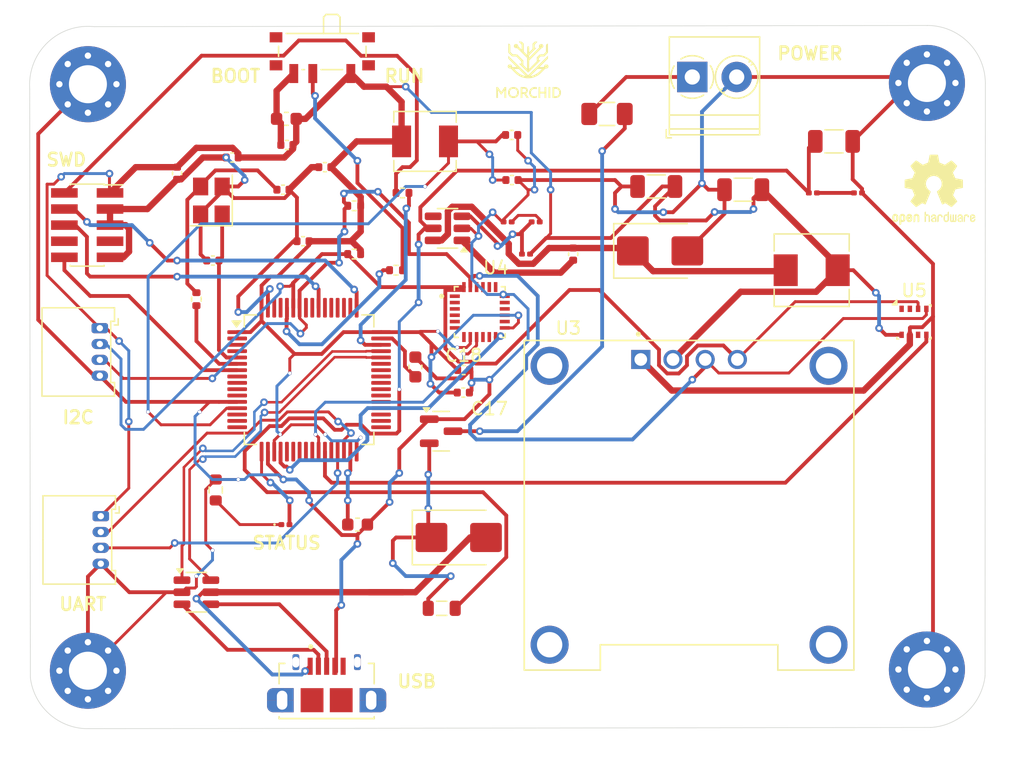
<source format=kicad_pcb>
(kicad_pcb (version 20240108) (generator "pcbnew") (generator_version "8.0")
  (layers (0 "F.Cu" signal) (1 "In1.Cu" signal) (2 "In2.Cu" signal) (31 "B.Cu" signal) (34 "B.Paste" user) (35 "F.Paste" user) (36 "B.SilkS" user "B.Silkscreen") (37 "F.SilkS" user "F.Silkscreen") (38 "B.Mask" user) (39 "F.Mask" user) (44 "Edge.Cuts" user))
  (net 0 "")
  (net 1 "Net-(U1-VCAP_2)")
  (net 2 "GND")
  (net 3 "Net-(U1-VCAP_1)")
  (net 4 "+3.3V")
  (net 5 "+3.3VA")
  (net 6 "Net-(C11-Pad1)")
  (net 7 "HSE_IN")
  (net 8 "BUCK_IN")
  (net 9 "BUCK_BSW")
  (net 10 "BUCK_SW")
  (net 11 "LED_STATUS")
  (net 12 "Net-(D1-K)")
  (net 13 "Net-(D3-K)")
  (net 14 "+5V")
  (net 15 "Net-(Q1-D)")
  (net 16 "+12V")
  (net 17 "SWCLK")
  (net 19 "Net-(J2-Pin_2)")
  (net 20 "SWO")
  (net 22 "NRST")
  (net 23 "I2C1_SDA")
  (net 24 "I2C1_SCL")
  (net 25 "USART3_TX")
  (net 26 "USART3_RX")
  (net 27 "USB_CONN_D-")
  (net 28 "USB_CONN_D+")
  (net 30 "BUCK_FB")
  (net 31 "Net-(SW1-B)")
  (net 32 "BOOTO")
  (net 33 "HSE_OUT")
  (net 34 "BUCK_EN")
  (net 35 "Net-(R7-Pad2)")
  (net 36 "SWDIO")
  (net 40 "USB_D+")
  (net 44 "MPU_INT")
  (net 60 "MPU_AD0")
  (net 68 "BME280_SDO")
  (net 70 "USB_D-")
  (footprint "Resistor_SMD:R_0402_1005Metric" (layer "F.Cu") (at 113.792 69.342)
    (property "Reference" "R9" (hide yes))
    (property "Value" "22")
  )
  (footprint "Capacitor_SMD:C_0402_1005Metric" (layer "F.Cu") (at 118.618 83.312)
    (property "Reference" "C18")
    (property "Value" "100n")
  )
  (footprint "Capacitor_SMD:C_0603_1608Metric" (layer "F.Cu") (at 104.635 63.5 180)
    (property "Reference" "C3" (hide yes))
    (property "Value" "4.7u")
  )
  (footprint "Fuse:Fuse_1206_3216Metric" (layer "F.Cu") (at 129.924 63.114)
    (property "Reference" "F1" (hide yes))
    (property "Value" "250mA")
  )
  (footprint "MountingHole:MountingHole_3mm_Pad_Via" (layer "F.Cu") (at 155.158 106.934)
    (property "Reference" "H3" (hide yes))
    (property "Value" "MountingHole_Pad" (hide yes))
  )
  (footprint "Inductor_SMD:L_Sunlord_MWSA0518S" (layer "F.Cu") (at 146.068 75.438)
    (property "Reference" "L2" (hide yes))
    (property "Value" "10u")
  )
  (footprint "Button_Switch_SMD:SW_SPDT_PCM12" (layer "F.Cu") (at 107.466 58.496 180)
    (property "Reference" "SW1" (hide yes))
    (property "Value" "SW_SPDT")
  )
  (footprint "TerminalBlock_Phoenix:TerminalBlock_Phoenix_PT-1,5-2-3.5-H_1x02_P3.50mm_Horizontal" (layer "F.Cu") (at 136.652 60.198)
    (property "Reference" "J1" (hide yes))
    (property "Value" "Screw_Terminal_01x02")
  )
  (footprint "Capacitor_SMD:C_0603_1608Metric" (layer "F.Cu") (at 114.808 83.071 90)
    (property "Reference" "C1" (hide yes))
    (property "Value" "2u2")
  )
  (footprint "Resistor_SMD:R_0603_1608Metric" (layer "F.Cu") (at 99.06 92.773 90)
    (property "Reference" "R3" (hide yes))
    (property "Value" "1K")
  )
  (footprint "Inductor_SMD:L_Sunlord_MWSA0402S" (layer "F.Cu") (at 115.57 65.278)
    (property "Reference" "L1" (hide yes))
    (property "Value" "39n")
  )
  (footprint "Resistor_SMD:R_0201_0603Metric" (layer "F.Cu") (at 124.297 71.628)
    (property "Reference" "R7" (hide yes))
    (property "Value" "15k")
  )
  (footprint "Capacitor_SMD:C_0402_1005Metric" (layer "F.Cu") (at 105.946 73.152 180)
    (property "Reference" "C7" (hide yes))
    (property "Value" "100n")
  )
  (footprint "Symbol:OSHW-Logo2_7.3x6mm_SilkScreen" (layer "F.Cu") (at 155.702 69.088)
    (property "Reference" "REF**" (hide yes))
    (property "Value" "OSHW-Logo2_7.3x6mm_SilkScreen" (hide yes))
  )
  (footprint "Package_TO_SOT_SMD:SOT-23-6" (layer "F.Cu") (at 117.348 72.136 180)
    (property "Reference" "MP2359-DJ-LF-Z1" (hide yes))
    (property "Value" "~")
  )
  (footprint "Resistor_SMD:R_0402_1005Metric" (layer "F.Cu") (at 113.282 75.438)
    (property "Reference" "R1" (hide yes))
    (property "Value" "10k")
  )
  (footprint "Package_TO_SOT_SMD:SOT-23-6" (layer "F.Cu") (at 97.536 100.838)
    (property "Reference" "U2" (hide yes))
    (property "Value" "USBLC6-2SC6")
  )
  (footprint "LOGO" (layer "F.Cu") (at 123.698 59.69)
    (property "Reference" "G***" (hide yes))
    (property "Value" "LOGO" (hide yes))
  )
  (footprint "Capacitor_SMD:C_1206_3216Metric" (layer "F.Cu") (at 133.809 68.834)
    (property "Reference" "C15" (hide yes))
    (property "Value" "10u")
  )
  (footprint "Diode_SMD:D_SMB" (layer "F.Cu") (at 134.112 73.914)
    (property "Reference" "D2" (hide yes))
    (property "Value" "B230")
  )
  (footprint "Capacitor_SMD:C_1206_3216Metric" (layer "F.Cu") (at 140.667 69.088)
    (property "Reference" "C16" (hide yes))
    (property "Value" "10u")
  )
  (footprint "Capacitor_SMD:C_0402_1005Metric" (layer "F.Cu") (at 127.254 74.168 90)
    (property "Reference" "C14" (hide yes))
    (property "Value" "10n")
  )
  (footprint "Package_TO_SOT_SMD:SOT-23" (layer "F.Cu") (at 116.84 88.138)
    (property "Reference" "Q1" (hide yes))
    (property "Value" "AO3401A")
  )
  (footprint "Crystal:Crystal_SMD_3225-4Pin_3.2x2.5mm" (layer "F.Cu") (at 98.718 69.934 90)
    (property "Reference" "Y1" (hide yes))
    (property "Value" "16MHZ")
  )
  (footprint "MountingHole:MountingHole_3mm_Pad_Via" (layer "F.Cu") (at 155.158 60.67)
    (property "Reference" "H4" (hide yes))
    (property "Value" "MountingHole_Pad")
  )
  (footprint "Capacitor_SMD:C_0402_1005Metric" (layer "F.Cu") (at 122.4 64.77)
    (property "Reference" "C9" (hide yes))
    (property "Value" "1u")
  )
  (footprint "Resistor_SMD:R_0201_0603Metric" (layer "F.Cu") (at 146.164 69.342)
    (property "Reference" "R4" (hide yes))
    (property "Value" "100k")
  )
  (footprint "Capacitor_SMD:C_0603_1608Metric" (layer "F.Cu") (at 110.249 95.504)
    (property "Reference" "C2" (hide yes))
    (property "Value" "2u2")
  )
  (footprint "Resistor_SMD:R_0402_1005Metric" (layer "F.Cu") (at 97.536 77.722 90)
    (property "Reference" "R2" (hide yes))
    (property "Value" "47")
  )
  (footprint "Capacitor_SMD:C_0402_1005Metric" (layer "F.Cu") (at 118.59 85.09 180)
    (property "Reference" "C17")
    (property "Value" "10n")
  )
  (footprint "MPU-6050:QFN50P400X400X95-24N" (layer "F.Cu") (at 119.888 78.74)
    (property "Reference" "U4")
    (property "Value" "MPU-6050")
  )
  (footprint "MountingHole:MountingHole_3mm_Pad_Via" (layer "F.Cu") (at 88.978 107.031)
    (property "Reference" "H1" (hide yes))
    (property "Value" "MountingHole_Pad")
  )
  (footprint "Connector_PinSocket_1.27mm:PinSocket_2x05_P1.27mm_Vertical_SMD" (layer "F.Cu") (at 88.922 71.882)
    (property "Reference" "J2" (hide yes))
    (property "Value" "SWD")
  )
  (footprint "LED_SMD:LED_0201_0603Metric" (layer "F.Cu") (at 104.557 95.504)
    (property "Reference" "D1" (hide yes))
    (property "Value" "RED_led")
  )
  (footprint "Connector_Molex:Molex_PicoBlade_53048-0410_1x04_P1.25mm_Horizontal" (layer "F.Cu") (at 89.994 94.839 -90)
    (property "Reference" "J4" (hide yes))
    (property "Value" "Conn_01x04")
  )
  (footprint "Capacitor_SMD:C_0402_1005Metric" (layer "F.Cu") (at 100.358 66.548 180)
    (property "Reference" "C8" (hide yes))
    (property "Value" "100n")
  )
  (footprint "Connector_Molex:Molex_PicoBlade_53048-0410_1x04_P1.25mm_Horizontal" (layer "F.Cu") (at 89.916 80.01 -90)
    (property "Reference" "J3" (hide yes))
    (property "Value" "Conn_01x04")
  )
  (footprint "Inductor_SMD:L_0805_2012Metric" (layer "F.Cu") (at 116.8865 102.108)
    (property "Reference" "FB1" (hide yes))
    (property "Value" "600MHZ")
  )
  (footprint "Capacitor_SMD:C_0402_1005Metric" (layer "F.Cu") (at 96.012 67.79 -90)
    (property "Reference" "C5" (hide yes))
    (property "Value" "100n")
  )
  (footprint "Package_QFP:LQFP-64_10x10mm_P0.5mm" (layer "F.Cu") (at 106.426 84.074)
    (property "Reference" "U1" (hide yes))
    (property "Value" "STM32F405RGTx")
  )
  (footprint "Resistor_SMD:R_0201_0603Metric" (layer "F.Cu") (at 149.72 69.342)
    (property "Reference" "R5" (hide yes))
    (property "Value" "68k")
  )
  (footprint "Resistor_SMD:R_0201_0603Metric" (layer "F.Cu") (at 123.535 74.168 180)
    (property "Reference" "R6" (hide yes))
    (property "Value" "47k")
  )
  (footprint "Resistor_SMD:R_0402_1005Metric" (layer "F.Cu") (at 109.984 70.358)
    (property "Reference" "R11" (hide yes))
    (property "Value" "2.2K")
  )
  (footprint "Resistor_SMD:R_0201_0603Metric" (layer "F.Cu") (at 122.086 71.628 180)
    (property "Reference" "R8" (hide yes))
    (property "Value" "270")
  )
  (footprint "Capacitor_SMD:C_0402_1005Metric" (layer "F.Cu") (at 98.834 74.676 180)
    (property "Reference" "C12" (hide yes))
    (property "Value" "12p")
  )
  (footprint "Resistor_SMD:R_0402_1005Metric" (layer "F.Cu") (at 109.98 74.168)
    (property "Reference" "R10" (hide yes))
    (property "Value" "2.2K")
  )
  (footprint "Capacitor_SMD:C_0402_1005Metric" (layer "F.Cu") (at 104.676 65.56 180)
    (property "Reference" "C4" (hide yes))
    (property "Value" "100n")
  )
  (footprint "DM-OLED096-636:MODULE_DM-OLED096-636" (layer "F.Cu") (at 136.398 93.98)
    (property "Reference" "U3")
    (property "Value" "DM-OLED096-636")
  )
  (footprint "Diode_SMD:D_SMB" (layer "F.Cu") (at 118.228 96.52)
    (property "Reference" "D3" (hide yes))
    (property "Value" "B230")
  )
  (footprint "Capacitor_SMD:C_0402_1005Metric" (layer "F.Cu") (at 122.428 68.326)
    (property "Reference" "C10" (hide yes))
    (property "Value" "10n")
  )
  (footprint "Package_LGA:Bosch_LGA-8_2.5x2.5mm_P0.65mm_ClockwisePinNumbering" (layer "F.Cu") (at 154.137 79.511)
    (property "Reference" "U5")
    (property "Value" "BME280")
  )
  (footprint "Capacitor_SMD:C_0402_1005Metric" (layer "F.Cu") (at 104.366 69.088)
    (property "Reference" "C11" (hide yes))
    (property "Value" "12p")
  )
  (footprint "Capacitor_SMD:C_0402_1005Metric" (layer "F.Cu") (at 107.668 67.31 180)
    (property "Reference" "C6" (hide yes))
    (property "Value" "100n")
  )
  (footprint "MountingHole:MountingHole_3mm_Pad_Via" (layer "F.Cu") (at 88.978 60.767)
    (property "Reference" "H2" (hide yes))
    (property "Value" "MountingHole_Pad")
  )
  (footprint "USB-type-B-micro:HRS_ZX62D-B-5P8" (layer "F.Cu") (at 107.808 109.28)
    (property "Reference" "J5" (hide yes))
    (property "Value" "USB_B")
  )
  (footprint "Capacitor_SMD:C_1206_3216Metric" (layer "F.Cu") (at 147.828 65.278)
    (property "Reference" "C13" (hide yes))
    (property "Value" "10u")
  )
  (gr_line (start 159.745043 107.439672) (end 159.766 60.706) (stroke (width 0.05)) (layer "Edge.Cuts"))
  (gr_arc (start 84.388054 61.108996) (mid 85.797705 57.479303) (end 89.486 56.231001) (stroke (width 0.05)) (layer "Edge.Cuts"))
  (gr_line (start 84.388054 61.108996) (end 84.437315 107.565198) (stroke (width 0.05)) (layer "Edge.Cuts"))
  (gr_arc (start 88.978 111.603) (mid 85.93984 110.447543) (end 84.437315 107.565198) (stroke (width 0.05)) (layer "Edge.Cuts"))
  (gr_line (start 88.978 111.603) (end 155.448 111.506) (stroke (width 0.05)) (layer "Edge.Cuts"))
  (gr_line (start 89.486 56.231) (end 155.194 56.134) (stroke (width 0.05)) (layer "Edge.Cuts"))
  (gr_arc (start 159.745043 107.439672) (mid 158.341358 110.259933) (end 155.448 111.506) (stroke (width 0.05)) (layer "Edge.Cuts"))
  (gr_arc (start 155.194 56.134) (mid 158.426892 57.473108) (end 159.766 60.706) (stroke (width 0.05)) (layer "Edge.Cuts"))
  (gr_text "UART" (at 86.614 102.362 0) (layer "F.SilkS") (effects (font (size 1 1) (thickness 0.2) (bold yes)) (justify left bottom)))
  (gr_text "I2C" (at 86.868 87.63 0) (layer "F.SilkS") (effects (font (size 1 1) (thickness 0.2) (bold yes)) (justify left bottom)))
  (gr_text "POWER" (at 143.256 58.928 0) (layer "F.SilkS") (effects (font (size 1 1) (thickness 0.2) (bold yes)) (justify left bottom)))
  (gr_text "BOOT" (at 98.552 60.706 0) (layer "F.SilkS") (effects (font (size 1 1) (thickness 0.2) (bold yes)) (justify left bottom)))
  (gr_text "STATUS" (at 101.854 97.536 0) (layer "F.SilkS") (effects (font (size 1 1) (thickness 0.2) (bold yes)) (justify left bottom)))
  (gr_text "RUN" (at 112.268 60.706 0) (layer "F.SilkS") (effects (font (size 1 1) (thickness 0.2) (bold yes)) (justify left bottom)))
  (gr_text "USB" (at 113.284 108.458 0) (layer "F.SilkS") (effects (font (size 1 1) (thickness 0.2) (bold yes)) (justify left bottom)))
  (gr_text "SWD" (at 85.598 67.31 0) (layer "F.SilkS") (effects (font (size 1 1) (thickness 0.2) (bold yes)) (justify left bottom)))
  (segment (start 113.983 83.021) (end 114.808 83.846) (width 0.3) (layer "F.Cu") (net 1))
  (segment (start 112.101 80.824) (end 112.97912 80.824) (width 0.3) (layer "F.Cu") (net 1))
  (segment (start 113.983 81.82788) (end 113.983 83.021) (width 0.3) (layer "F.Cu") (net 1))
  (segment (start 112.97912 80.824) (end 113.983 81.82788) (width 0.3) (layer "F.Cu") (net 1))
  (segment (start 122.88 64.77) (end 122.88 65.984) (width 0.2286) (layer "F.Cu") (net 2))
  (segment (start 119.787379 72.74462) (end 119.178759 72.136) (width 0.2286) (layer "F.Cu") (net 2))
  (segment (start 106.624 67.31) (end 104.846 69.088) (width 0.499618) (layer "F.Cu") (net 2))
  (segment (start 88.978 99.605) (end 89.994 98.589) (width 0.3) (layer "F.Cu") (net 2))
  (segment (start 100.838 68.834) (end 101.346 68.326) (width 0.3) (layer "F.Cu") (net 2))
  (segment (start 96.321999 68.27) (end 98.043999 66.548) (width 0.499618) (layer "F.Cu") (net 2))
  (segment (start 120.65 85.223952) (end 120.65 84.074) (width 0.3) (layer "F.Cu") (net 2))
  (segment (start 103.176 90.726693) (end 104.394 91.944693) (width 0.3) (layer "F.Cu") (net 2))
  (segment (start 98.2707 97.0007) (end 98.2707 92.7373) (width 0.2286) (layer "F.Cu") (net 2))
  (segment (start 132.588 82.48) (end 135.037809 84.929809) (width 0.499618) (layer "F.Cu") (net 2))
  (segment (start 119.238 84.922) (end 119.07 85.09) (width 0.3) (layer "F.Cu") (net 2))
  (segment (start 139.192 69.088) (end 137.922 69.088) (width 0.3) (layer "F.Cu") (net 2))
  (segment (start 99.568 69.234) (end 99.568 68.834) (width 0.3) (layer "F.Cu") (net 2))
  (segment (start 105.466 69.708) (end 104.846 69.088) (width 0.3) (layer "F.Cu") (net 2))
  (segment (start 154.686 60.198) (end 155.158 60.67) (width 0.3) (layer "F.Cu") (net 2))
  (segment (start 108.458 106.68) (end 108.458 107.205) (width 0.3) (layer "F.Cu") (net 2))
  (segment (start 109.004592 96.329) (end 106.426 93.750408) (width 0.3) (layer "F.Cu") (net 2))
  (segment (start 103.86 63.5) (end 103.86 61.282) (width 0.499618) (layer "F.Cu") (net 2))
  (segment (start 93.67 70.612) (end 96.012 68.27) (width 0.499618) (layer "F.Cu") (net 2))
  (segment (start 107.188 67.31) (end 106.624 67.31) (width 0.499618) (layer "F.Cu") (net 2))
  (segment (start 100.482 69.748) (end 104.495999 69.748) (width 0.3) (layer "F.Cu") (net 2))
  (segment (start 121.766 71.428001) (end 123.698 69.496001) (width 0.2286) (layer "F.Cu") (net 2))
  (segment (start 97.536 100.395176) (end 97.536 99.568) (width 0.2286) (layer "F.Cu") (net 2))
  (segment (start 100.838 77.500001) (end 100.838 78.74) (width 0.3) (layer "F.Cu") (net 2))
  (segment (start 108.558 102.262) (end 108.966 101.854) (width 0.3) (layer "F.Cu") (net 2))
  (segment (start 153.862 79.936) (end 153.812 79.986) (width 0.3) (layer "F.Cu") (net 2))
  (segment (start 153.812 81.285618) (end 153.812 80.536) (width 0.499618) (layer "F.Cu") (net 2))
  (segment (start 97.868 71.034) (end 97.868 74.19) (width 0.3) (layer "F.Cu") (net 2))
  (segment (start 106.426 93.750408) (end 106.426 93.598) (width 0.3) (layer "F.Cu") (net 2))
  (segment (start 85.058635 79.352635) (end 89.466 83.76) (width 0.3) (layer "F.Cu") (net 2))
  (segment (start 96.3985 100.838) (end 96.72681 100.50969) (width 0.2286) (layer "F.Cu") (net 2))
  (segment (start 123.67 69.088) (end 122.908 68.326) (width 0.2286) (layer "F.Cu") (net 2))
  (segment (start 121.858 77.49) (end 121.858 77.465482) (width 0.2286) (layer "F.Cu") (net 2))
  (segment (start 139.192 69.088) (end 139.192 70.984) (width 0.3) (layer "F.Cu") (net 2))
  (segment (start 98.806 97.536) (end 98.2707 97.0007) (width 0.2286) (layer "F.Cu") (net 2))
  (segment (start 130.556 70.612) (end 130.556 69.342) (width 0.3) (layer "F.Cu") (net 2))
  (segment (start 97.79 86.614) (end 98.58 85.824) (width 0.2286) (layer "F.Cu") (net 2))
  (segment (start 90.722 70.612) (end 93.67 70.612) (width 0.499618) (layer "F.Cu") (net 2))
  (segment (start 91.98 85.824) (end 99.314 85.824) (width 0.3) (layer "F.Cu") (net 2))
  (segment (start 103.176 77.06724) (end 103.176 78.399) (width 0.3) (layer "F.Cu") (net 2))
  (segment (start 155.637 74.939) (end 155.637 79.09622) (width 0.3) (layer "F.Cu") (net 2))
  (segment (start 122.88 65.984) (end 123.698 66.802) (width 0.2286) (layer "F.Cu") (net 2))
  (segment (start 124.206 69.088) (end 123.698 69.088) (width 0.2286) (layer "F.Cu") (net 2))
  (segment (start 88.978 60.767) (end 85.058635 64.686365) (width 0.3) (layer "F.Cu") (net 2))
  (segment (start 99.568 68.834) (end 100.838 68.834) (width 0.3) (layer "F.Cu") (net 2))
  (segment (start 122.908 68.326) (end 130.556 68.326) (width 0.3) (layer "F.Cu") (net 2))
  (segment (start 153.812 79.986) (end 153.812 80.536) (width 0.3) (layer "F.Cu") (net 2))
  (segment (start 89.466 83.76) (end 89.916 83.76) (width 0.3) (layer "F.Cu") (net 2))
  (segment (start 98.58 85.824) (end 99.314 85.824) (width 0.2286) (layer "F.Cu") (net 2))
  (segment (start 96.012 68.27) (end 96.321999 68.27) (width 0.499618) (layer "F.Cu") (net 2))
  (segment (start 110.199 96.329) (end 109.004592 96.329) (width 0.3) (layer "F.Cu") (net 2))
  (segment (start 111.024 95.504) (end 111.024 95.478) (width 0.3) (layer "F.Cu") (net 2))
  (segment (start 104.196 63.836) (end 103.86 63.5) (width 0.499618) (layer "F.Cu") (net 2))
  (segment (start 130.556 68.326) (end 131.064 68.834) (width 0.3) (layer "F.Cu") (net 2))
  (segment (start 118.484846 83.972) (end 116.484 83.972) (width 0.3) (layer "F.Cu") (net 2))
  (segment (start 96.3985 100.838) (end 92.243 100.838) (width 0.3) (layer "F.Cu") (net 2))
  (segment (start 108.558 107.105) (end 108.558 102.262) (width 0.3) (layer "F.Cu") (net 2))
  (segment (start 97.421486 100.50969) (end 97.536 100.395176) (width 0.2286) (layer "F.Cu") (net 2))
  (segment (start 105.186001 73.152) (end 100.838 77.500001) (width 0.3) (layer "F.Cu") (net 2))
  (segment (start 121.858 77.465482) (end 121.742516 77.349998) (width 0.2286) (layer "F.Cu") (net 2))
  (segment (start 104.846 69.397999) (end 104.846 69.088) (width 0.3) (layer "F.Cu") (net 2))
  (segment (start 116.484 83.972) (end 114.808 82.296) (width 0.3) (layer "F.Cu") (net 2))
  (segment (start 103.176 89.749) (end 103.176 90.726693) (width 0.3) (layer "F.Cu") (net 2))
  (segment (start 121.666 71.628) (end 120.904 70.866) (width 0.2286) (layer "F.Cu") (net 2))
  (segment (start 137.922 69.088) (end 137.414 68.58) (width 0.3) (layer "F.Cu") (net 2))
  (segment (start 119.238 83.452) (end 119.098 83.312) (width 0.3) (layer "F.Cu") (net 2))
  (segment (start 140.152 60.198) (end 154.686 60.198) (width 0.3) (layer "F.Cu") (net 2))
  (segment (start 121.766 71.628) (end 121.666 71.628) (width 0.2286) (layer "F.Cu") (net 2))
  (segment (start 119.098 83.312) (end 119.098 83.358846) (width 0.3) (layer "F.Cu") (net 2))
  (segment (start 154.79722 79.936) (end 153.862 79.936) (width 0.3) (layer "F.Cu") (net 2))
  (segment (start 88.978 107.031) (end 88.978 99.605) (width 0.3) (layer "F.Cu") (net 2))
  (segment (start 119.238 84.328) (end 119.238 84.922) (width 0.3) (layer "F.Cu") (net 2))
  (segment (start 123.698 69.496001) (end 123.698 69.088) (width 0.2286) (layer "F.Cu") (net 2))
  (segment (start 150.04 69.014) (end 149.303 68.277) (width 0.3) (layer "F.Cu") (net 2))
  (segment (start 155.637 106.455) (end 155.158 106.934) (width 0.3) (layer "F.Cu") (net 2))
  (segment (start 96.3985 100.838) (end 95.171 100.838) (width 0.2286) (layer "F.Cu") (net 2))
  (segment (start 98.043999 66.548) (end 99.878 66.548) (width 0.499618) (layer "F.Cu") (net 2))
  (segment (start 110.236 97.028) (end 110.236 96.292) (width 0.3) (layer "F.Cu") (net 2))
  (segment (start 137.414 68.58) (end 135.128 70.866) (width 0.3) (layer "F.Cu") (net 2))
  (segment (start 97.868 71.034) (end 97.868 70.934) (width 0.3) (layer "F.Cu") (net 2))
  (segment (start 121.766 71.628) (end 121.766 71.428001) (width 0.2286) (layer "F.Cu") (net 2))
  (segment (start 105.466 73.152) (end 105.466 69.708) (width 0.3) (layer "F.Cu") (net 2))
  (segment (start 153.911 60.67) (end 155.158 60.67) (width 0.3) (layer "F.Cu") (net 2))
  (segment (start 113.538 91.44) (end 113.538 89.5525) (width 0.3) (layer "F.Cu") (net 2))
  (segment (start 95.171 100.838) (end 88.978 107.031) (width 0.2286) (layer "F.Cu") (net 2))
  (segment (start 150.167809 84.929809) (end 153.812 81.285618) (width 0.499618) (layer "F.Cu") (net 2))
  (segment (start 115.9025 87.188) (end 118.685952 87.188) (width 0.3) (layer "F.Cu") (net 2))
  (segment (start 91.948 71.882) (end 90.722 71.882) (width 0.499618) (layer "F.Cu") (net 2))
  (segment (start 104.495999 69.748) (end 104.846 69.397999) (width 0.3) (layer "F.Cu") (net 2))
  (segment (start 99.314 85.824) (end 100.751 85.824) (width 0.3) (layer "F.Cu") (net 2))
  (segment (start 113.538 89.5525) (end 115.9025 87.188) (width 0.3) (layer "F.Cu") (net 2))
  (segment (start 92.243 100.838) (end 89.994 98.589) (width 0.3) (layer "F.Cu") (net 2))
  (segment (start 119.098 83.358846) (end 118.484846 83.972) (width 0.3) (layer "F.Cu") (net 2))
  (segment (start 96.72681 100.50969) (end 97.421486 100.50969) (width 0.2286) (layer "F.Cu") (net 2))
  (segment (start 85.058635 64.686365) (end 85.058635 79.352635) (width 0.3) (layer "F.Cu") (net 2))
  (segment (start 99.06 91.948) (end 100.838 91.948) (width 0.2286) (layer "F.Cu") (net 2))
  (segment (start 105.466 73.152) (end 105.186001 73.152) (width 0.3) (layer "F.Cu") (net 2))
  (segment (start 155.637 79.09622) (end 154.79722 79.936) (width 0.3) (layer "F.Cu") (net 2))
  (segment (start 135.128 70.866) (end 134.366 70.866) (width 0.3) (layer "F.Cu") (net 2))
  (segment (start 149.303 68.277) (end 149.303 65.278) (width 0.3) (layer "F.Cu") (net 2))
  (segment (start 103.86 61.282) (end 105.216 59.926) (width 0.499618) (layer "F.Cu") (net 2))
  (segment (start 91.776618 74.422) (end 92.221809 73.976809) (width 0.499618) (layer "F.Cu") (net 2))
  (segment (start 110.236 96.292) (end 111.024 95.504) (width 0.3) (layer "F.Cu") (net 2))
  (segment (start 155.637 79.09622) (end 155.637 106.455) (width 0.3) (layer "F.Cu") (net 2))
  (segment (start 90.722 74.422) (end 91.776618 74.422) (width 0.499618) (layer "F.Cu") (net 2))
  (segment (start 98.2707 92.7373) (end 99.06 91.948) (width 0.2286) (layer "F.Cu") (net 2))
  (segment (start 99.568 68.834) (end 100.482 69.748) (width 0.3) (layer "F.Cu") (net 2))
  (segment (start 103.32962 76.91362) (end 103.176 77.06724) (width 0.3) (layer "F.Cu") (net 2))
  (segment (start 104.196 65.56) (end 104.196 63.836) (width 0.499618) (layer "F.Cu") (net 2))
  (segment (start 97.868 70.934) (end 99.568 69.234) (width 0.3) (layer "F.Cu") (net 2))
  (segment (start 150.04 69.342) (end 155.637 74.939) (width 0.3) (layer "F.Cu") (net 2))
  (segment (start 92.221809 73.976809) (end 92.221809 72.155809) (width 0.499618) (layer "F.Cu") (net 2))
  (segment (start 97.868 74.19) (end 98.354 74.676) (width 0.3) (layer "F.Cu") (net 2))
  (segment (start 119.238 84.328) (end 119.238 83.452) (width 0.3) (layer "F.Cu") (net 2))
  (segment (start 118.685952 87.188) (end 120.65 85.223952) (width 0.3) (layer "F.Cu") (net 2))
  (segment (start 119.178759 72.136) (end 118.4855 72.136) (width 0.2286) (layer "F.Cu") (net 2))
  (segment (start 92.221809 72.155809) (end 91.948 71.882) (width 0.499618) (layer "F.Cu") (net 2))
  (segment (start 108.458 107.205) (end 108.558 107.105) (width 0.3) (layer "F.Cu") (net 2))
  (segment (start 110.236 96.292) (end 110.199 96.329) (width 0.3) (layer "F.Cu") (net 2))
  (segment (start 131.064 68.834) (end 132.334 68.834) (width 0.3) (layer "F.Cu") (net 2))
  (segment (start 149.303 65.278) (end 153.911 60.67) (width 0.3) (layer "F.Cu") (net 2))
  (segment (start 135.037809 84.929809) (end 150.167809 84.929809) (width 0.499618) (layer "F.Cu") (net 2))
  (segment (start 89.916 83.76) (end 91.98 85.824) (width 0.3) (layer "F.Cu") (net 2))
  (segment (start 90.722 70.612) (end 90.722 71.882) (width 0.499618) (layer "F.Cu") (net 2))
  (segment (start 130.556 69.342) (end 131.064 68.834) (width 0.3) (layer "F.Cu") (net 2))
  (segment (start 123.698 69.088) (end 123.67 69.088) (width 0.2286) (layer "F.Cu") (net 2))
  (segment (start 111.024 95.478) (end 112.776 93.726) (width 0.3) (layer "F.Cu") (net 2))
  (segment (start 150.04 69.342) (end 150.04 69.014) (width 0.3) (layer "F.Cu") (net 2))
  (segment (start 139.192 70.984) (end 136.262 73.914) (width 0.3) (layer "F.Cu") (net 2))
  (via (at 130.556 70.612) (size 0.6) (drill 0.3) (layers "F.Cu" "B.Cu") (net 2))
  (via (at 137.414 68.58) (size 0.6) (drill 0.3) (layers "F.Cu" "B.Cu") (net 2))
  (via (at 103.32962 76.91362) (size 0.6) (drill 0.3) (layers "F.Cu" "B.Cu") (net 2))
  (via (at 110.236 97.028) (size 0.6) (drill 0.3) (layers "F.Cu" "B.Cu") (net 2))
  (via (at 99.878 66.548) (size 0.6) (drill 0.3) (layers "F.Cu" "B.Cu") (net 2))
  (via (at 120.65 84.074) (size 0.6) (drill 0.3) (layers "F.Cu" "B.Cu") (net 2))
  (via (at 112.776 93.726) (size 0.6) (drill 0.3) (layers "F.Cu" "B.Cu") (net 2))
  (via (at 113.538 91.44) (size 0.6) (drill 0.3) (layers "F.Cu" "B.Cu") (net 2))
  (via (at 106.426 93.598) (size 0.6) (drill 0.3) (layers "F.Cu" "B.Cu") (net 2))
  (via (at 124.206 69.088) (size 0.6) (drill 0.3) (layers "F.Cu" "B.Cu") (net 2))
  (via (at 97.79 86.614) (size 0.3) (drill 0.254) (layers "F.Cu" "B.Cu") (net 2))
  (via (at 97.536 99.568) (size 0.3) (drill 0.254) (layers "F.Cu" "B.Cu") (net 2))
  (via (at 108.966 101.854) (size 0.6) (drill 0.3) (layers "F.Cu" "B.Cu") (net 2))
  (via (at 100.838 78.74) (size 0.6) (drill 0.3) (layers "F.Cu" "B.Cu") (net 2))
  (via (at 119.787379 72.74462) (size 0.6) (drill 0.3) (layers "F.Cu" "B.Cu") (net 2))
  (via (at 119.238 84.328) (size 0.6) (drill 0.3) (layers "F.Cu" "B.Cu") (net 2))
  (via (at 101.346 68.326) (size 0.6) (drill 0.3) (layers "F.Cu" "B.Cu") (net 2))
  (via (at 121.742516 77.349998) (size 0.6) (drill 0.3) (layers "F.Cu" "B.Cu") (net 2))
  (via (at 104.394 91.944693) (size 0.6) (drill 0.3) (layers "F.Cu" "B.Cu") (net 2))
  (via (at 134.366 70.866) (size 0.6) (drill 0.3) (layers "F.Cu" "B.Cu") (net 2))
  (via (at 123.698 66.802) (size 0.6) (drill 0.3) (layers "F.Cu" "B.Cu") (net 2))
  (via (at 98.806 97.536) (size 0.3) (drill 0.254) (layers "F.Cu" "B.Cu") (net 2))
  (via (at 100.838 91.948) (size 0.3) (drill 0.254) (layers "F.Cu" "B.Cu") (net 2))
  (via (at 120.904 70.866) (size 0.6) (drill 0.3) (layers "F.Cu" "B.Cu") (net 2))
  (segment (start 120.65 84.074) (end 119.492 84.074) (width 0.3) (layer "B.Cu") (net 2))
  (segment (start 100.838 91.948) (end 98.782248 91.948) (width 0.2286) (layer "B.Cu") (net 2))
  (segment (start 101.71736 91.57664) (end 104.025947 91.57664) (width 0.2286) (layer "B.Cu") (net 2))
  (segment (start 101.346 68.016) (end 99.878 66.548) (width 0.3) (layer "B.Cu") (net 2))
  (segment (start 121.742516 77.349998) (end 120.471774 77.349998) (width 0.2286) (layer "B.Cu") (net 2))
  (segment (start 119.260731 76.138955) (end 119.260731 73.271268) (width 0.2286) (layer "B.Cu") (net 2))
  (segment (start 101.50324 78.74) (end 103.32962 76.91362) (width 0.3) (layer "B.Cu") (net 2))
  (segment (start 120.904 70.866) (end 119.787379 71.982621) (width 0.2286) (layer "B.Cu") (net 2))
  (segment (start 123.698 78.486) (end 123.698 81.026) (width 0.2286) (layer "B.Cu") (net 2))
  (segment (start 119.260731 73.271268) (end 119.787379 72.74462) (width 0.2286) (layer "B.Cu") (net 2))
  (segment (start 97.4297 90.595452) (end 97.4297 86.9743) (width 0.2286) (layer "B.Cu") (net 2))
  (segment (start 137.414 68.58) (end 137.414 62.936) (width 0.3) (layer "B.Cu") (net 2))
  (segment (start 97.4297 86.9743) (end 97.79 86.614) (width 0.2286) (layer "B.Cu") (net 2))
  (segment (start 119.787379 71.982621) (end 119.787379 72.74462) (width 0.2286) (layer "B.Cu") (net 2))
  (segment (start 105.406693 91.944693) (end 106.426 92.964) (width 0.3) (layer "B.Cu") (net 2))
  (segment (start 106.426 92.964) (end 106.426 93.598) (width 0.3) (layer "B.Cu") (net 2))
  (segment (start 98.806 98.298) (end 98.806 97.536) (width 0.2286) (layer "B.Cu") (net 2))
  (segment (start 108.966 98.298) (end 110.236 97.028) (width 0.3) (layer "B.Cu") (net 2))
  (segment (start 123.698 66.802) (end 124.206 67.31) (width 0.2286) (layer "B.Cu") (net 2))
  (segment (start 134.366 70.866) (end 130.81 70.866) (width 0.3) (layer "B.Cu") (net 2))
  (segment (start 120.471774 77.349998) (end 119.260731 76.138955) (width 0.2286) (layer "B.Cu") (net 2))
  (segment (start 100.838 91.948) (end 101.346 91.948) (width 0.2286) (layer "B.Cu") (net 2))
  (segment (start 104.394 91.944693) (end 105.406693 91.944693) (width 0.3) (layer "B.Cu") (net 2))
  (segment (start 98.782248 91.948) (end 97.4297 90.595452) (width 0.2286) (layer "B.Cu") (net 2))
  (segment (start 104.025947 91.57664) (end 104.394 91.944693) (width 0.2286) (layer "B.Cu") (net 2))
  (segment (start 119.492 84.074) (end 119.238 84.328) (width 0.3) (layer "B.Cu") (net 2))
  (segment (start 100.838 78.74) (end 101.50324 78.74) (width 0.3) (layer "B.Cu") (net 2))
  (segment (start 130.81 70.866) (end 130.556 70.612) (width 0.3) (layer "B.Cu") (net 2))
  (segment (start 137.414 62.936) (end 140.152 60.198) (width 0.3) (layer "B.Cu") (net 2))
  (segment (start 123.698 81.026) (end 120.65 84.074) (width 0.2286) (layer "B.Cu") (net 2))
  (segment (start 124.206 67.31) (end 124.206 69.088) (width 0.2286) (layer "B.Cu") (net 2))
  (segment (start 112.776 92.202) (end 113.538 91.44) (width 0.3) (layer "B.Cu") (net 2))
  (segment (start 112.776 93.726) (end 112.776 92.202) (width 0.3) (layer "B.Cu") (net 2))
  (segment (start 120.471774 77.349998) (end 122.561998 77.349998) (width 0.2286) (layer "B.Cu") (net 2))
  (segment (start 101.346 68.326) (end 101.346 68.016) (width 0.3) (layer "B.Cu") (net 2))
  (segment (start 108.966 101.854) (end 108.966 98.298) (width 0.3) (layer "B.Cu") (net 2))
  (segment (start 97.536 99.568) (end 98.806 98.298) (width 0.2286) (layer "B.Cu") (net 2))
  (segment (start 101.346 91.948) (end 101.71736 91.57664) (width 0.2286) (layer "B.Cu") (net 2))
  (segment (start 122.561998 77.349998) (end 123.698 78.486) (width 0.2286) (layer "B.Cu") (net 2))
  (segment (start 109.474 95.504) (end 109.474 93.598) (width 0.3) (layer "F.Cu") (net 3))
  (segment (start 109.474 91.44) (end 109.676 91.238) (width 0.3) (layer "F.Cu") (net 3))
  (segment (start 109.676 91.238) (end 109.676 89.749) (width 0.3) (layer "F.Cu") (net 3))
  (via (at 109.474 91.44) (size 0.6) (drill 0.3) (layers "F.Cu" "B.Cu") (net 3))
  (via (at 109.474 93.598) (size 0.6) (drill 0.3) (layers "F.Cu" "B.Cu") (net 3))
  (segment (start 109.474 93.598) (end 109.474 91.44) (width 0.3) (layer "B.Cu") (net 3))
  (segment (start 118.838204 81.534) (end 118.11 81.534) (width 0.2286) (layer "F.Cu") (net 4))
  (segment (start 110.176 89.749) (end 110.176 88.96) (width 0.2286) (layer "F.Cu") (net 4))
  (segment (start 116.078 82.296) (end 116.078 81.252) (width 0.3) (layer "F.Cu") (net 4))
  (segment (start 113.72 62.158) (end 113.72 65.278) (width 0.5) (layer "F.Cu") (net 4))
  (segment (start 109.716 59.926) (end 110.75 60.96) (width 0.5) (layer "F.Cu") (net 4))
  (segment (start 116.68276 85.09) (end 115.994286 84.401526) (width 0.3) (layer "F.Cu") (net 4))
  (segment (start 104.244347 88.392) (end 104.14 88.392) (width 0.2286) (layer "F.Cu") (net 4))
  (segment (start 100.838 66.548) (end 104.477999 66.548) (width 0.5) (layer "F.Cu") (net 4))
  (segment (start 105.41 65.306) (end 105.156 65.56) (width 0.5) (layer "F.Cu") (net 4))
  (segment (start 134.096761 71.516) (end 137.74076 71.516) (width 0.3) (layer "F.Cu") (net 4))
  (segment (start 149.352 75.438) (end 148.118 75.438) (width 0.3) (layer "F.Cu") (net 4))
  (segment (start 115.15 80.324) (end 115.21 80.264) (width 0.2286) (layer "F.Cu") (net 4))
  (segment (start 140.470191 77.137809) (end 146.418191 77.137809) (width 0.499618) (layer "F.Cu") (net 4))
  (segment (start 105.276 82.042) (end 107.422405 82.042) (width 0.3) (layer "F.Cu") (net 4))
  (segment (start 133.716 71.135239) (end 134.096761 71.516) (width 0.3) (layer "F.Cu") (net 4))
  (segment (start 109.728 73.152) (end 109.793999 73.152) (width 0.5) (layer "F.Cu") (net 4))
  (segment (start 110.18 65.278) (end 108.148 67.31) (width 0.5) (layer "F.Cu") (net 4))
  (segment (start 121.858 79.99) (end 122.5216 79.99) (width 0.2286) (layer "F.Cu") (net 4))
  (segment (start 90.678 69.298) (end 90.722 69.342) (width 0.2286) (layer "F.Cu") (net 4))
  (segment (start 105.41 63.5) (end 105.41 65.306) (width 0.5) (layer "F.Cu") (net 4))
  (segment (start 110.494 70.104) (end 110.494 70.358) (width 0.5) (layer "F.Cu") (net 4))
  (segment (start 106.426 73.152) (end 109.728 73.152) (width 0.5) (layer "F.Cu") (net 4))
  (segment (start 110.494 70.104) (end 110.494 72.386) (width 0.5) (layer "F.Cu") (net 4))
  (segment (start 142.142 69.088) (end 148.118 75.064) (width 0.5) (layer "F.Cu") (net 4))
  (segment (start 114.046 60.96) (end 112.522 60.96) (width 0.2286) (layer "F.Cu") (net 4))
  (segment (start 113.72 65.278) (end 110.18 65.278) (width 0.5) (layer "F.Cu") (net 4))
  (segment (start 103.941999 75.946) (end 103.378 75.946) (width 0.3) (layer "F.Cu") (net 4))
  (segment (start 135.284 68.834) (end 133.716 70.402) (width 0.3) (layer "F.Cu") (net 4))
  (segment (start 151.13 77.216) (end 149.352 75.438) (width 0.3) (layer "F.Cu") (net 4))
  (segment (start 106.426 73.152) (end 106.426 73.461999) (width 0.3) (layer "F.Cu") (net 4))
  (segment (start 130.222544 72.898) (end 125.125 72.898) (width 0.3) (layer "F.Cu") (net 4))
  (segment (start 105.006347 87.63) (end 104.244347 88.392) (width 0.2286) (layer "F.Cu") (net 4))
  (segment (start 122.5216 79.99) (end 122.936 79.5756) (width 0.2286) (layer "F.Cu") (net 4))
  (segment (start 96.012 67.31) (end 97.534 65.788) (width 0.5) (layer "F.Cu") (net 4))
  (segment (start 102.676 79.442) (end 105.276 82.042) (width 0.3) (layer "F.Cu") (net 4))
  (segment (start 100.387999 65.788) (end 100.838 66.238001) (width 0.5) (layer "F.Cu") (net 4))
  (segment (start 135.128 82.48) (end 140.470191 77.137809) (width 0.499618) (layer "F.Cu") (net 4))
  (segment (start 137.74076 71.516) (end 138.41038 70.84638) (width 0.3) (layer "F.Cu") (net 4))
  (segment (start 135.284 68.834) (end 134.286544 68.834) (width 0.3) (layer "F.Cu") (net 4))
  (segment (start 100.838 66.238001) (end 100.838 66.548) (width 0.5) (layer "F.Cu") (net 4))
  (segment (start 103.676 89.749) (end 103.676 88.856) (width 0.2286) (layer "F.Cu") (net 4))
  (segment (start 86.868 68.072) (end 86.2873 68.6527) (width 0.2286) (layer "F.Cu") (net 4))
  (segment (start 115.21 80.264) (end 116.586 80.264) (width 0.2286) (layer "F.Cu") (net 4))
  (segment (start 151.91 80.536) (end 151.384 80.01) (width 0.3) (layer "F.Cu") (net 4))
  (segment (start 125.476 72.547) (end 125.476 69.088) (width 0.2286) (layer "F.Cu") (net 4))
  (segment (start 101.794 80.324) (end 100.751 80.324) (width 0.3) (layer "F.Cu") (net 4))
  (segment (start 109.140405 80.324) (end 112.101 80.324) (width 0.3) (layer "F.Cu") (net 4))
  (segment (start 85.7577 68.6527) (end 85.7577 75.8517) (width 0.2286) (layer "F.Cu") (net 4))
  (segment (start 122.936 79.5756) (end 122.936 78.994) (width 0.2286) (layer "F.Cu") (net 4))
  (segment (start 119.138 81.234204) (end 118.838204 81.534) (width 0.2286) (layer "F.Cu") (net 4))
  (segment (start 90.678 67.818) (end 90.678 69.298) (width 0.2286) (layer "F.Cu") (net 4))
  (segment (start 104.902 83.566) (end 104.902 82.416) (width 0.2286) (layer "F.Cu") (net 4))
  (segment (start 109.793999 73.152) (end 110.49 73.848001) (width 0.5) (layer "F.Cu") (net 4))
  (segment (start 118.138 83.312) (end 115.711 80.885) (width 0.3) (layer "F.Cu") (net 4))
  (segment (start 107.696 88.392) (end 106.934 87.63) (width 0.2286) (layer "F.Cu") (net 4))
  (segment (start 90.722 69.342) (end 92.754 67.31) (width 0.5) (layer "F.Cu") (net 4))
  (segment (start 102.676 79.442) (end 101.794 80.324) (width 0.3) (layer "F.Cu") (net 4))
  (segment (start 141.478 70.612) (end 141.478 69.752) (width 0.3) (layer "F.Cu") (net 4))
  (segment (start 133.716 70.402) (end 133.716 71.135239) (width 0.3) (layer "F.Cu") (net 4))
  (segment (start 112.522 60.96) (end 113.72 62.158) (width 0.5) (layer "F.Cu") (net 4))
  (segment (start 85.7577 75.8517) (end 89.916 80.01) (width 0.2286) (layer "F.Cu") (net 4))
  (segment (start 97.534 65.788) (end 100.387999 65.788) (width 0.5) (layer "F.Cu") (net 4))
  (segment (start 118.11 85.09) (end 116.68276 85.09) (width 0.3) (layer "F.Cu") (net 4))
  (segment (start 115.711 80.885) (end 115.15 80.324) (width 0.3) (layer "F.Cu") (net 4))
  (segment (start 104.902 82.416) (end 105.276 82.042) (width 0.2286) (layer "F.Cu") (net 4))
  (segment (start 89.994 94.839) (end 92.202 92.631) (width 0.2286) (layer "F.Cu") (net 4))
  (segment (start 91.44 81.026) (end 90.424 80.01) (width 0.2286) (layer "F.Cu") (net 4))
  (segment (start 110.494 72.386) (end 109.728 73.152) (width 0.5) (layer "F.Cu") (net 4))
  (segment (start 105.41 63.5) (end 106.142 63.5) (width 0.5) (layer "F.Cu") (net 4))
  (segment (start 146.418191 77.137809) (end 148.118 75.438) (width 0.499618) (layer "F.Cu") (net 4))
  (segment (start 103.378 75.946) (end 102.676 76.648) (width 0.3) (layer "F.Cu") (net 4))
  (segment (start 148.118 75.064) (end 148.118 75.438) (width 0.5) (layer "F.Cu") (net 4))
  (segment (start 92.202 92.631) (end 92.202 87.376) (width 0.2286) (layer "F.Cu") (net 4))
  (segment (start 92.754 67.31) (end 96.012 67.31) (width 0.5) (layer "F.Cu") (net 4))
  (segment (start 110.176 88.96) (end 110.49 88.646) (width 0.2286) (layer "F.Cu") (net 4))
  (segment (start 110.494 69.656) (end 110.494 70.104) (width 0.5) (layer "F.Cu") (net 4))
  (segment (start 102.676 78.399) (end 102.676 79.442) (width 0.3) (layer "F.Cu") (net 4))
  (segment (start 123.855 74.168) (end 125.476 72.547) (width 0.2286) (layer "F.Cu") (net 4))
  (segment (start 108.148 67.31) (end 110.494 69.656) (width 0.5) (layer "F.Cu") (net 4))
  (segment (start 105.156 65.869999) (end 105.156 65.56) (width 0.5) (layer "F.Cu") (net 4))
  (segment (start 119.138 80.71) (end 119.138 81.234204) (width 0.2286) (layer "F.Cu") (net 4))
  (segment (start 110.75 60.96) (end 112.522 60.96) (width 0.5) (layer "F.Cu") (net 4))
  (segment (start 103.676 88.856) (end 104.14 88.392) (width 0.2286) (layer "F.Cu") (net 4))
  (segment (start 115.15 80.324) (end 112.101 80.324) (width 0.3) (layer "F.Cu") (net 4))
  (segment (start 125.125 72.898) (end 123.855 74.168) (width 0.3) (layer "F.Cu") (net 4))
  (segment (start 106.934 87.63) (end 105.006347 87.63) (width 0.2286) (layer "F.Cu") (net 4))
  (segment (start 106.142 63.5) (end 109.716 59.926) (width 0.5) (layer "F.Cu") (net 4))
  (segment (start 141.478 69.752) (end 142.142 69.088) (width 0.3) (layer "F.Cu") (net 4))
  (segment (start 110.49 73.848001) (end 110.49 74.168) (width 0.5) (layer "F.Cu") (net 4))
  (segment (start 153.162 80.536) (end 151.91 80.536) (width 0.3) (layer "F.Cu") (net 4))
  (segment (start 134.286544 68.834) (end 130.222544 72.898) (width 0.3) (layer "F.Cu") (net 4))
  (segment (start 90.424 80.01) (end 89.916 80.01) (width 0.2286) (layer "F.Cu") (net 4))
  (segment (start 102.676 76.648) (end 102.676 78.399) (width 0.3) (layer "F.Cu") (net 4))
  (segment (start 107.422405 82.042) (end 109.140405 80.324) (width 0.3) (layer "F.Cu") (net 4))
  (segment (start 116.078 81.252) (end 115.711 80.885) (width 0.3) (layer "F.Cu") (net 4))
  (segment (start 106.426 73.461999) (end 103.941999 75.946) (width 0.3) (layer "F.Cu") (net 4))
  (segment (start 104.477999 66.548) (end 105.156 65.869999) (width 0.5) (layer "F.Cu") (net 4))
  (segment (start 86.2873 68.6527) (end 85.7577 68.6527) (width 0.2286) (layer "F.Cu") (net 4))
  (via (at 104.902 83.566) (size 0.3) (drill 0.254) (layers "F.Cu" "B.Cu") (net 4))
  (via (at 90.678 67.818) (size 0.6) (drill 0.3) (layers "F.Cu" "B.Cu") (net 4))
  (via (at 151.384 80.01) (size 0.6) (drill 0.3) (layers "F.Cu" "B.Cu") (net 4))
  (via (at 86.868 68.072) (size 0.6) (drill 0.3) (layers "F.Cu" "B.Cu") (net 4))
  (via (at 114.046 60.96) (size 0.6) (drill 0.3) (layers "F.Cu" "B.Cu") (net 4))
  (via (at 138.41038 70.84638) (size 0.6) (drill 0.3) (layers "F.Cu" "B.Cu") (net 4))
  (via (at 125.476 69.088) (size 0.6) (drill 0.3) (layers "F.Cu" "B.Cu") (net 4))
  (via (at 92.202 87.376) (size 0.6) (drill 0.3) (layers "F.Cu" "B.Cu") (net 4))
  (via (at 104.14 88.392) (size 0.3) (drill 0.254) (layers "F.Cu" "B.Cu") (net 4))
  (via (at 116.078 82.296) (size 0.6) (drill 0.3) (layers "F.Cu" "B.Cu") (net 4))
  (via (at 115.994286 84.401526) (size 0.6) (drill 0.3) (layers "F.Cu" "B.Cu") (net 4))
  (via (at 91.44 81.026) (size 0.6) (drill 0.3) (layers "F.Cu" "B.Cu") (net 4))
  (via (at 110.49 88.646) (size 0.3) (drill 0.254) (layers "F.Cu" "B.Cu") (net 4))
  (via (at 116.586 80.264) (size 0.3) (drill 0.254) (layers "F.Cu" "B.Cu") (net 4))
  (via (at 141.478 70.612) (size 0.6) (drill 0.3) (layers "F.Cu" "B.Cu") (net 4))
  (via (at 118.11 81.534) (size 0.3) (drill 0.254) (layers "F.Cu" "B.Cu") (net 4))
  (via (at 151.13 77.216) (size 0.6) (drill 0.3) (layers "F.Cu" "B.Cu") (net 4))
  (via (at 122.936 78.994) (size 0.6) (drill 0.3) (layers "F.Cu" "B.Cu") (net 4))
  (via (at 107.696 88.392) (size 0.3) (drill 0.254) (layers "F.Cu" "B.Cu") (net 4))
  (segment (start 123.952 62.992) (end 116.078 62.992) (width 0.2286) (layer "B.Cu") (net 4))
  (segment (start 87.122 67.818) (end 90.678 67.818) (width 0.2286) (layer "B.Cu") (net 4))
  (segment (start 110.49 88.646) (end 110.2417 88.8943) (width 0.2286) (layer "B.Cu") (net 4))
  (segment (start 115.994286 82.379714) (end 116.078 82.296) (width 0.3) (layer "B.Cu") (net 4))
  (segment (start 86.868 68.072) (end 87.122 67.818) (width 0.2286) (layer "B.Cu") (net 4))
  (segment (start 110.2417 88.8943) (end 108.1983 88.8943) (width 0.2286) (layer "B.Cu") (net 4))
  (segment (start 92.202 81.788) (end 91.44 81.026) (width 0.2286) (layer "B.Cu") (net 4))
  (segment (start 108.1983 88.8943) (end 107.696 88.392) (width 0.2286) (layer "B.Cu") (net 4))
  (segment (start 151.384 77.47) (end 151.13 77.216) (width 0.3) (layer "B.Cu") (net 4))
  (segment (start 125.476 69.088) (end 125.476 67.711248) (width 0.2286) (layer "B.Cu") (net 4))
  (segment (start 103.886 84.582) (end 104.902 83.566) (width 0.2286) (layer "B.Cu") (net 4))
  (segment (start 125.476 67.711248) (end 123.952 66.187248) (width 0.2286) (layer "B.Cu") (net 4))
  (segment (start 123.952 66.187248) (end 123.952 62.992) (width 0.2286) (layer "B.Cu") (net 4))
  (segment (start 116.078 62.992) (end 114.046 60.96) (width 0.2286) (layer "B.Cu") (net 4))
  (segment (start 104.14 88.392) (end 103.886 88.138) (width 0.2286) (layer "B.Cu") (net 4))
  (segment (start 138.41038 70.84638) (end 141.24362 70.84638) (width 0.3) (layer "B.Cu") (net 4))
  (segment (start 116.586 80.264) (end 117.856 81.534) (width 0.2286) (layer "B.Cu") (net 4))
  (segment (start 141.24362 70.84638) (end 141.478 70.612) (width 0.3) (layer "B.Cu") (net 4))
  (segment (start 103.886 88.138) (end 103.886 84.582) (width 0.2286) (layer "B.Cu") (net 4))
  (segment (start 115.994286 84.401526) (end 115.994286 82.379714) (width 0.3) (layer "B.Cu") (net 4))
  (segment (start 122.936 78.994) (end 119.38 78.994) (width 0.2286) (layer "B.Cu") (net 4))
  (segment (start 117.856 81.534) (end 118.11 81.534) (width 0.2286) (layer "B.Cu") (net 4))
  (segment (start 119.38 78.994) (end 116.078 82.296) (width 0.2286) (layer "B.Cu") (net 4))
  (segment (start 92.202 87.376) (end 92.202 81.788) (width 0.2286) (layer "B.Cu") (net 4))
  (segment (start 151.384 80.01) (end 151.384 77.47) (width 0.3) (layer "B.Cu") (net 4))
  (segment (start 121.92 64.77) (end 121.666 64.77) (width 0.3) (layer "F.Cu") (net 5))
  (segment (start 120.65 66.294) (end 119.634 65.278) (width 0.2286) (layer "F.Cu") (net 5))
  (segment (start 99.923368 86.324) (end 100.751 86.324) (width 0.2286) (layer "F.Cu") (net 5))
  (segment (start 121.666 64.77) (end 121.158 65.278) (width 0.3) (layer "F.Cu") (net 5))
  (segment (start 121.948 68.326) (end 120.904 68.326) (width 0.2286) (layer "F.Cu") (net 5))
  (segment (start 117.42 65.278) (end 117.42 66.984) (width 0.2286) (layer "F.Cu") (net 5))
  (segment (start 117.42 66.984) (end 115.57 68.834) (width 0.2286) (layer "F.Cu") (net 5))
  (segment (start 119.634 65.278) (end 117.42 65.278) (width 0.2286) (layer "F.Cu") (net 5))
  (segment (start 93.726 86.614) (end 94.742 87.63) (width 0.2286) (layer "F.Cu") (net 5))
  (segment (start 98.617368 87.63) (end 99.923368 86.324) (width 0.2286) (layer "F.Cu") (net 5))
  (segment (start 121.158 65.278) (end 117.42 65.278) (width 0.3) (layer "F.Cu") (net 5))
  (segment (start 94.742 87.63) (end 98.617368 87.63) (width 0.2286) (layer "F.Cu") (net 5))
  (via (at 120.65 66.294) (size 0.6) (drill 0.3) (layers "F.Cu" "B.Cu") (net 5))
  (via (at 115.57 68.834) (size 0.3) (drill 0.254) (layers "F.Cu" "B.Cu") (net 5))
  (via (at 93.726 86.614) (size 0.3) (drill 0.254) (layers "F.Cu" "B.Cu") (net 5))
  (via (at 120.904 68.326) (size 0.6) (drill 0.3) (layers "F.Cu" "B.Cu") (net 5))
  (segment (start 111.1043 71.7757) (end 97.8963 71.7757) (width 0.2286) (layer "B.Cu") (net 5))
  (segment (start 97.8963 71.7757) (end 93.726 75.946) (width 0.2286) (layer "B.Cu") (net 5))
  (segment (start 120.904 68.326) (end 120.904 66.548) (width 0.2286) (layer "B.Cu") (net 5))
  (segment (start 120.904 66.548) (end 120.65 66.294) (width 0.2286) (layer "B.Cu") (net 5))
  (segment (start 114.046 68.834) (end 111.1043 71.7757) (width 0.2286) (layer "B.Cu") (net 5))
  (segment (start 115.57 68.834) (end 114.046 68.834) (width 0.2286) (layer "B.Cu") (net 5))
  (segment (start 93.726 75.946) (end 93.726 86.614) (width 0.2286) (layer "B.Cu") (net 5))
  (segment (start 97.868 68.834) (end 97.868 68.734) (width 0.3) (layer "F.Cu") (net 6))
  (segment (start 99.038 67.564) (end 102.362 67.564) (width 0.3) (layer "F.Cu") (net 6))
  (segment (start 96.818 76.494) (end 97.536 77.212) (width 0.3) (layer "F.Cu") (net 6))
  (segment (start 96.818 69.884) (end 96.818 76.494) (width 0.3) (layer "F.Cu") (net 6))
  (segment (start 97.868 68.734) (end 99.038 67.564) (width 0.3) (layer "F.Cu") (net 6))
  (segment (start 97.868 68.834) (end 96.818 69.884) (width 0.3) (layer "F.Cu") (net 6))
  (segment (start 102.362 67.564) (end 103.886 69.088) (width 0.3) (layer "F.Cu") (net 6))
  (segment (start 99.908236 82.324) (end 100.751 82.324) (width 0.3) (layer "F.Cu") (net 7))
  (segment (start 99.568 74.422) (end 99.314 74.676) (width 0.3) (layer "F.Cu") (net 7))
  (segment (start 99.314 74.676) (end 99.314 81.729764) (width 0.3) (layer "F.Cu") (net 7))
  (segment (start 99.568 71.034) (end 99.568 74.422) (width 0.3) (layer "F.Cu") (net 7))
  (segment (start 99.314 81.729764) (end 99.908236 82.324) (width 0.3) (layer "F.Cu") (net 7))
  (segment (start 115.198 71.547262) (end 115.786738 72.136) (width 0.3) (layer "F.Cu") (net 8))
  (segment (start 109.377239 87.63) (end 110.52888 87.63) (width 0.3) (layer "F.Cu") (net 8))
  (segment (start 121.978 94.784) (end 120.142 92.948) (width 0.3) (layer "F.Cu") (net 8))
  (segment (start 108.442761 88.026) (end 108.981239 88.026) (width 0.3) (layer "F.Cu") (net 8))
  (segment (start 113.317738 88.324) (end 113.538 88.103738) (width 0.3) (layer "F.Cu") (net 8))
  (segment (start 110.52888 87.63) (end 111.22288 88.324) (width 0.3) (layer "F.Cu") (net 8))
  (segment (start 115.786738 72.136) (end 116.2105 72.136) (width 0.3) (layer "F.Cu") (net 8))
  (segment (start 103.311015 87.735865) (end 104.243862 87.735865) (width 0.3) (layer "F.Cu") (net 8))
  (segment (start 115.062 72.622001) (end 115.548001 72.136) (width 0.3) (layer "F.Cu") (net 8))
  (segment (start 117.949 102.108) (end 121.978 98.079) (width 0.3) (layer "F.Cu") (net 8))
  (segment (start 146.353 65.278) (end 145.844 65.787) (width 0.3) (layer "F.Cu") (net 8))
  (segment (start 103.108 92.948) (end 101.346 91.186) (width 0.3) (layer "F.Cu") (net 8))
  (segment (start 113.538 88.103738) (end 113.538 84.836) (width 0.3) (layer "F.Cu") (net 8))
  (segment (start 101.346 89.70088) (end 103.311015 87.735865) (width 0.3) (layer "F.Cu") (net 8))
  (segment (start 104.243862 87.735865) (end 104.857727 87.122) (width 0.3) (layer "F.Cu") (net 8))
  (segment (start 115.062 73.406) (end 115.062 72.622001) (width 0.3) (layer "F.Cu") (net 8))
  (segment (start 121.978 98.079) (end 121.978 94.784) (width 0.3) (layer "F.Cu") (net 8))
  (segment (start 115.548001 72.136) (end 116.2105 72.136) (width 0.3) (layer "F.Cu") (net 8))
  (segment (start 104.857727 87.122) (end 107.538761 87.122) (width 0.3) (layer "F.Cu") (net 8))
  (segment (start 101.346 91.186) (end 101.346 89.70088) (width 0.3) (layer "F.Cu") (net 8))
  (segment (start 144.086 67.584) (end 118.09 67.584) (width 0.3) (layer "F.Cu") (net 8))
  (segment (start 107.538761 87.122) (end 108.442761 88.026) (width 0.3) (layer "F.Cu") (net 8))
  (segment (start 111.22288 88.324) (end 113.317738 88.324) (width 0.3) (layer "F.Cu") (net 8))
  (segment (start 120.142 92.948) (end 103.108 92.948) (width 0.3) (layer "F.Cu") (net 8))
  (segment (start 108.981239 88.026) (end 109.377239 87.63) (width 0.3) (layer "F.Cu") (net 8))
  (segment (start 115.198 70.476) (end 115.198 71.547262) (width 0.3) (layer "F.Cu") (net 8))
  (segment (start 145.844 65.787) (end 145.844 69.342) (width 0.3) (layer "F.Cu") (net 8))
  (segment (start 145.844 69.342) (end 144.086 67.584) (width 0.3) (layer "F.Cu") (net 8))
  (segment (start 118.09 67.584) (end 115.198 70.476) (width 0.3) (layer "F.Cu") (net 8))
  (via (at 115.062 73.406) (size 0.6) (drill 0.3) (layers "F.Cu" "B.Cu") (net 8))
  (via (at 115.062 77.978) (size 0.6) (drill 0.3) (layers "F.Cu" "B.Cu") (net 8))
  (via (at 113.538 84.836) (size 0.3) (drill 0.254) (layers "F.Cu" "B.Cu") (net 8))
  (segment (start 113.538 79.502) (end 113.538 84.836) (width 0.2286) (layer "B.Cu") (net 8))
  (segment (start 115.062 77.978) (end 113.538 79.502) (width 0.2286) (layer "B.Cu") (net 8))
  (segment (start 115.062 77.978) (end 115.062 73.406) (width 0.3) (layer "B.Cu") (net 8))
  (segment (start 118.4855 73.086) (end 121.0295 75.63) (width 0.5) (layer "F.Cu") (net 9))
  (segment (start 121.0295 75.63) (end 126.272 75.63) (width 0.5) (layer "F.Cu") (net 9))
  (segment (start 126.272 75.63) (end 127.254 74.648) (width 0.5) (layer "F.Cu") (net 9))
  (segment (start 122.174 73.359316) (end 122.174 74.137588) (width 0.5) (layer "F.Cu") (net 10))
  (segment (start 131.962 73.914) (end 133.562 75.514) (width 0.5) (layer "F.Cu") (net 10))
  (segment (start 133.562 75.514) (end 143.942 75.514) (width 0.5) (layer "F.Cu") (net 10))
  (segment (start 125.345588 73.688) (end 127.254 73.688) (width 0.5) (layer "F.Cu") (net 10))
  (segment (start 117.373 70.783316) (end 117.720316 70.436) (width 0.5) (layer "F.Cu") (net 10))
  (segment (start 117.720316 70.436) (end 119.250684 70.436) (width 0.5) (layer "F.Cu") (net 10))
  (segment (start 116.872999 73.086) (end 117.373 72.585999) (width 0.5) (layer "F.Cu") (net 10))
  (segment (start 119.250684 70.436) (end 122.174 73.359316) (width 0.5) (layer "F.Cu") (net 10))
  (segment (start 124.103588 74.93) (end 125.345588 73.688) (width 0.5) (layer "F.Cu") (net 10))
  (segment (start 143.942 75.514) (end 144.018 75.438) (width 0.5) (layer "F.Cu") (net 10))
  (segment (start 116.2105 73.086) (end 116.872999 73.086) (width 0.5) (layer "F.Cu") (net 10))
  (segment (start 127.254 73.688) (end 131.736 73.688) (width 0.5) (layer "F.Cu") (net 10))
  (segment (start 122.174 74.137588) (end 122.966412 74.93) (width 0.5) (layer "F.Cu") (net 10))
  (segment (start 117.373 72.585999) (end 117.373 70.783316) (width 0.5) (layer "F.Cu") (net 10))
  (segment (start 122.966412 74.93) (end 124.103588 74.93) (width 0.5) (layer "F.Cu") (net 10))
  (segment (start 131.736 73.688) (end 131.962 73.914) (width 0.5) (layer "F.Cu") (net 10))
  (segment (start 104.877 95.504) (end 104.877 93.623) (width 0.3) (layer "F.Cu") (net 11))
  (segment (start 103.36694 92.19094) (end 102.676 91.5) (width 0.2286) (layer "F.Cu") (net 11))
  (segment (start 102.676 91.5) (end 102.676 89.749) (width 0.2286) (layer "F.Cu") (net 11))
  (segment (start 103.378 92.19094) (end 103.36694 92.19094) (width 0.2286) (layer "F.Cu") (net 11))
  (segment (start 104.877 93.623) (end 104.902 93.598) (width 0.3) (layer "F.Cu") (net 11))
  (via (at 103.378 92.19094) (size 0.6) (drill 0.3) (layers "F.Cu" "B.Cu") (net 11))
  (via (at 104.902 93.598) (size 0.6) (drill 0.3) (layers "F.Cu" "B.Cu") (net 11))
  (segment (start 103.378 92.19094) (end 103.49494 92.19094) (width 0.3) (layer "B.Cu") (net 11))
  (segment (start 103.49494 92.19094) (end 104.902 93.598) (width 0.3) (layer "B.Cu") (net 11))
  (segment (start 100.966 95.504) (end 99.06 93.598) (width 0.2286) (layer "F.Cu") (net 12))
  (segment (start 104.237 95.504) (end 100.966 95.504) (width 0.2286) (layer "F.Cu") (net 12))
  (segment (start 115.824 102.108) (end 115.824 101.346) (width 0.3) (layer "F.Cu") (net 13))
  (segment (start 115.824 96.266) (end 116.078 96.52) (width 0.3) (layer "F.Cu") (net 13))
  (segment (start 115.824 101.346) (end 117.602 99.568) (width 0.3) (layer "F.Cu") (net 13))
  (segment (start 115.9025 89.088) (end 115.9025 91.4735) (width 0.3) (layer "F.Cu") (net 13))
  (segment (start 113.03 98.552) (end 113.03 96.774) (width 0.3) (layer "F.Cu") (net 13))
  (segment (start 113.284 96.52) (end 116.078 96.52) (width 0.3) (layer "F.Cu") (net 13))
  (segment (start 113.03 96.774) (end 113.284 96.52) (width 0.3) (layer "F.Cu") (net 13))
  (segment (start 115.824 94.234) (end 115.824 96.266) (width 0.3) (layer "F.Cu") (net 13))
  (segment (start 115.9025 91.4735) (end 115.824 91.552) (width 0.3) (layer "F.Cu") (net 13))
  (via (at 113.03 98.552) (size 0.6) (drill 0.3) (layers "F.Cu" "B.Cu") (net 13))
  (via (at 115.824 91.552) (size 0.6) (drill 0.3) (layers "F.Cu" "B.Cu") (net 13))
  (via (at 115.824 94.234) (size 0.6) (drill 0.3) (layers "F.Cu" "B.Cu") (net 13))
  (via (at 117.602 99.568) (size 0.6) (drill 0.3) (layers "F.Cu" "B.Cu") (net 13))
  (segment (start 115.824 91.552) (end 115.824 94.234) (width 0.3) (layer "B.Cu") (net 13))
  (segment (start 117.602 99.568) (end 114.046 99.568) (width 0.3) (layer "B.Cu") (net 13))
  (segment (start 114.046 99.568) (end 113.03 98.552) (width 0.3) (layer "B.Cu") (net 13))
  (segment (start 114.81 100.838) (end 113.792 100.838) (width 0.5) (layer "F.Cu") (net 14))
  (segment (start 98.044 100.838) (end 98.6735 100.838) (width 0.3) (layer "F.Cu") (net 14))
  (segment (start 106.48824 106.68) (end 106.11324 107.055) (width 0.3) (layer "F.Cu") (net 14))
  (segment (start 120.378 96.52) (end 119.128 96.52) (width 0.5) (layer "F.Cu") (net 14))
  (segment (start 111.175 100.838) (end 113.792 100.838) (width 0.5) (layer "F.Cu") (net 14))
  (segment (start 97.536 101.346) (end 98.044 100.838) (width 0.3) (layer "F.Cu") (net 14))
  (segment (start 113.792 100.838) (end 98.6735 100.838) (width 0.5) (layer "F.Cu") (net 14))
  (segment (start 119.128 96.52) (end 114.81 100.838) (width 0.5) (layer "F.Cu") (net 14))
  (segment (start 106.508 106.68) (end 106.48824 106.68) (width 0.3) (layer "F.Cu") (net 14))
  (via (at 106.11324 107.055) (size 0.6) (drill 0.3) (layers "F.Cu" "B.Cu") (net 14))
  (via (at 97.536 101.346) (size 0.6) (drill 0.3) (layers "F.Cu" "B.Cu") (net 14))
  (segment (start 103.52 107.33) (end 97.536 101.346) (width 0.3) (layer "B.Cu") (net 14))
  (segment (start 106.11324 107.055) (end 105.83824 107.33) (width 0.3) (layer "B.Cu") (net 14))
  (segment (start 105.83824 107.33) (end 103.52 107.33) (width 0.3) (layer "B.Cu") (net 14))
  (segment (start 131.324 63.114) (end 131.324 64.256) (width 0.3) (layer "F.Cu") (net 15))
  (segment (start 119.888 88.138) (end 117.7775 88.138) (width 0.3) (layer "F.Cu") (net 15))
  (segment (start 131.324 64.256) (end 129.54 66.04) (width 0.3) (layer "F.Cu") (net 15))
  (via (at 119.888 88.138) (size 0.6) (drill 0.3) (layers "F.Cu" "B.Cu") (net 15))
  (via (at 129.54 66.04) (size 0.6) (drill 0.3) (layers "F.Cu" "B.Cu") (net 15))
  (segment (start 122.856296 88.138) (end 119.888 88.138) (width 0.3) (layer "B.Cu") (net 15))
  (segment (start 129.54 66.04) (end 129.54 81.454296) (width 0.3) (layer "B.Cu") (net 15))
  (segment (start 129.54 81.454296) (end 122.856296 88.138) (width 0.3) (layer "B.Cu") (net 15))
  (segment (start 131.44 60.198) (end 136.652 60.198) (width 0.3) (layer "F.Cu") (net 16))
  (segment (start 128.524 63.114) (end 131.44 60.198) (width 0.3) (layer "F.Cu") (net 16))
  (segment (start 109.982 76.962) (end 110.176 77.156) (width 0.3) (layer "F.Cu") (net 17))
  (segment (start 87.884 70.612) (end 88.9 71.628) (width 0.3) (layer "F.Cu") (net 17))
  (segment (start 110.176 77.156) (end 110.176 78.399) (width 0.3) (layer "F.Cu") (net 17))
  (segment (start 95.25 74.676) (end 96.012 74.676) (width 0.3) (layer "F.Cu") (net 17))
  (segment (start 93.853 73.279) (end 95.25 74.676) (width 0.3) (layer "F.Cu") (net 17))
  (segment (start 87.122 70.612) (end 87.884 70.612) (width 0.3) (layer "F.Cu") (net 17))
  (via (at 109.982 76.962) (size 0.6) (drill 0.3) (layers "F.Cu" "B.Cu") (net 17))
  (via (at 93.853 73.279) (size 0.6) (drill 0.3) (layers "F.Cu" "B.Cu") (net 17))
  (via (at 88.9 71.628) (size 0.6) (drill 0.3) (layers "F.Cu" "B.Cu") (net 17))
  (via (at 96.012 74.676) (size 0.6) (drill 0.3) (layers "F.Cu" "B.Cu") (net 17))
  (segment (start 89.154 71.882) (end 88.9 71.628) (width 0.3) (layer "B.Cu") (net 17))
  (segment (start 107.696 74.676) (end 109.982 76.962) (width 0.3) (layer "B.Cu") (net 17))
  (segment (start 96.012 74.676) (end 107.696 74.676) (width 0.3) (layer "B.Cu") (net 17))
  (segment (start 92.456 71.882) (end 89.154 71.882) (width 0.3) (layer "B.Cu") (net 17))
  (segment (start 93.853 73.279) (end 92.456 71.882) (width 0.3) (layer "B.Cu") (net 17))
  (segment (start 104.411836 58.518082) (end 105.613918 57.316) (width 0.3) (layer "F.Cu") (net 19))
  (segment (start 110.528082 58.526) (end 113.368 58.526) (width 0.3) (layer "F.Cu") (net 19))
  (segment (start 113.282 67.82) (end 113.282 69.342) (width 0.3) (layer "F.Cu") (net 19))
  (segment (start 87.122 69.342) (end 97.945918 58.518082) (width 0.3) (layer "F.Cu") (net 19))
  (segment (start 109.318082 57.316) (end 110.528082 58.526) (width 0.3) (layer "F.Cu") (net 19))
  (segment (start 113.792 67.31) (end 113.282 67.82) (width 0.3) (layer "F.Cu") (net 19))
  (segment (start 113.368 58.526) (end 114.922 60.08) (width 0.3) (layer "F.Cu") (net 19))
  (segment (start 105.613918 57.316) (end 109.318082 57.316) (width 0.3) (layer "F.Cu") (net 19))
  (segment (start 97.945918 58.518082) (end 104.411836 58.518082) (width 0.3) (layer "F.Cu") (net 19))
  (segment (start 114.922 66.776) (end 114.388 67.31) (width 0.3) (layer "F.Cu") (net 19))
  (segment (start 114.388 67.31) (end 113.792 67.31) (width 0.3) (layer "F.Cu") (net 19))
  (segment (start 114.922 60.08) (end 114.922 66.776) (width 0.3) (layer "F.Cu") (net 19))
  (segment (start 87.977 71.882) (end 88.9 72.805) (width 0.3) (layer "F.Cu") (net 20))
  (segment (start 86.267 71.882) (end 87.977 71.882) (width 0.3) (layer "F.Cu") (net 20))
  (segment (start 88.9 75.692) (end 89.154 75.946) (width 0.3) (layer "F.Cu") (net 20))
  (segment (start 107.176 76.95) (end 107.176 78.399) (width 0.3) (layer "F.Cu") (net 20))
  (segment (start 88.9 72.805) (end 88.9 75.692) (width 0.3) (layer "F.Cu") (net 20))
  (segment (start 106.934 76.708) (end 107.176 76.95) (width 0.3) (layer "F.Cu") (net 20))
  (segment (start 87.122 71.882) (end 86.267 71.882) (width 0.3) (layer "F.Cu") (net 20))
  (segment (start 89.154 75.946) (end 96.012 75.946) (width 0.3) (layer "F.Cu") (net 20))
  (via (at 106.934 76.708) (size 0.6) (drill 0.3) (layers "F.Cu" "B.Cu") (net 20))
  (via (at 96.012 75.946) (size 0.6) (drill 0.3) (layers "F.Cu" "B.Cu") (net 20))
  (segment (start 106.172 75.946) (end 106.934 76.708) (width 0.3) (layer "B.Cu") (net 20))
  (segment (start 96.012 75.946) (end 106.172 75.946) (width 0.3) (layer "B.Cu") (net 20))
  (segment (start 98.056 83.324) (end 100.751 83.324) (width 0.3) (layer "F.Cu") (net 22))
  (segment (start 89.154 77.47) (end 92.202 77.47) (width 0.3) (layer "F.Cu") (net 22))
  (segment (start 87.122 74.422) (end 87.122 75.438) (width 0.3) (layer "F.Cu") (net 22))
  (segment (start 92.202 77.47) (end 98.056 83.324) (width 0.3) (layer "F.Cu") (net 22))
  (segment (start 87.122 75.438) (end 89.154 77.47) (width 0.3) (layer "F.Cu") (net 22))
  (segment (start 118.364 76.77) (end 118.638 76.77) (width 0.3) (layer "F.Cu") (net 23))
  (segment (start 119.444846 82.652) (end 118.212 82.652) (width 0.3) (layer "F.Cu") (net 23))
  (segment (start 121.158 82.804) (end 119.596846 82.804) (width 0.3) (layer "F.Cu") (net 23))
  (segment (start 118.212 82.652) (end 117.173 81.613) (width 0.3) (layer "F.Cu") (net 23))
  (segment (start 134.670708 83.584) (end 134.024 82.937292) (width 0.3) (layer "F.Cu") (net 23))
  (segment (start 105.156 76.708) (end 105.156 76.454) (width 0.3) (layer "F.Cu") (net 23))
  (segment (start 140.208 82.48) (end 139.104 81.376) (width 0.3) (layer "F.Cu") (net 23))
  (segment (start 109.47 74.168) (end 112.072 76.77) (width 0.3) (layer "F.Cu") (net 23))
  (segment (start 154.3763 77.9217) (end 154.462 78.0074) (width 0.2286) (layer "F.Cu") (net 23))
  (segment (start 117.173 77) (end 118.594 77) (width 0.3) (layer "F.Cu") (net 23))
  (segment (start 140.208 82.48) (end 144.7663 77.9217) (width 0.2286) (layer "F.Cu") (net 23))
  (segment (start 119.596846 82.804) (end 119.444846 82.652) (width 0.3) (layer "F.Cu") (net 23))
  (segment (start 104.14 76.708) (end 104.902 76.708) (width 0.2286) (layer "F.Cu") (net 23))
  (segment (start 118.594 77) (end 118.364 76.77) (width 0.3) (layer "F.Cu") (net 23))
  (segment (start 104.902 76.708) (end 105.156 76.454) (width 0.2286) (layer "F.Cu") (net 23))
  (segment (start 136.232 82.224258) (end 136.232 82.937292) (width 0.3) (layer "F.Cu") (net 23))
  (segment (start 154.462 78.0074) (end 154.462 78.486) (width 0.2286) (layer "F.Cu") (net 23))
  (segment (start 107.442 74.168) (end 109.47 74.168) (width 0.3) (layer "F.Cu") (net 23))
  (segment (start 126.962 77) (end 121.158 82.804) (width 0.3) (layer "F.Cu") (net 23))
  (segment (start 105.176 76.474) (end 105.176 78.399) (width 0.3) (layer "F.Cu") (net 23))
  (segment (start 135.585292 83.584) (end 134.670708 83.584) (width 0.3) (layer "F.Cu") (net 23))
  (segment (start 115.062 76.77) (end 118.364 76.77) (width 0.3) (layer "F.Cu") (net 23))
  (segment (start 144.7663 77.9217) (end 154.3763 77.9217) (width 0.2286) (layer "F.Cu") (net 23))
  (segment (start 112.072 76.77) (end 115.062 76.77) (width 0.3) (layer "F.Cu") (net 23))
  (segment (start 134.024 81.7) (end 129.324 77) (width 0.3) (layer "F.Cu") (net 23))
  (segment (start 117.173 81.613) (end 117.173 77) (width 0.3) (layer "F.Cu") (net 23))
  (segment (start 136.232 82.937292) (end 135.585292 83.584) (width 0.3) (layer "F.Cu") (net 23))
  (segment (start 105.156 76.454) (end 107.442 74.168) (width 0.3) (layer "F.Cu") (net 23))
  (segment (start 129.324 77) (end 126.962 77) (width 0.3) (layer "F.Cu") (net 23))
  (segment (start 134.024 82.937292) (end 134.024 81.7) (width 0.3) (layer "F.Cu") (net 23))
  (segment (start 137.080258 81.376) (end 136.232 82.224258) (width 0.3) (layer "F.Cu") (net 23))
  (segment (start 139.104 81.376) (end 137.080258 81.376) (width 0.3) (layer "F.Cu") (net 23))
  (segment (start 105.156 76.454) (end 105.176 76.474) (width 0.3) (layer "F.Cu") (net 23))
  (via (at 104.14 76.708) (size 0.6) (drill 0.3) (layers "F.Cu" "B.Cu") (net 23))
  (segment (start 91.5877 82.4437) (end 91.5877 87.630452) (width 0.2286) (layer "B.Cu") (net 23))
  (segment (start 90.404 81.26) (end 91.5877 82.4437) (width 0.2286) (layer "B.Cu") (net 23))
  (segment (start 93.3657 87.9903) (end 104.14 77.216) (width 0.2286) (layer "B.Cu") (net 23))
  (segment (start 89.916 81.26) (end 90.404 81.26) (width 0.2286) (layer "B.Cu") (net 23))
  (segment (start 104.14 77.216) (end 104.14 76.708) (width 0.2286) (layer "B.Cu") (net 23))
  (segment (start 91.5877 87.630452) (end 91.947548 87.9903) (width 0.2286) (layer "B.Cu") (net 23))
  (segment (start 91.947548 87.9903) (end 93.3657 87.9903) (width 0.2286) (layer "B.Cu") (net 23))
  (segment (start 90.2946 82.51) (end 91.7586 83.974) (width 0.2286) (layer "F.Cu") (net 24))
  (segment (start 105.676 79.226632) (end 105.676 78.399) (width 0.2286) (layer "F.Cu") (net 24))
  (segment (start 105.676 78.399) (end 105.676 77.046761) (width 0.3) (layer "F.Cu") (net 24))
  (segment (start 105.676 77.046761) (end 107.871381 74.85138) (width 0.3) (layer "F.Cu") (net 24))
  (segment (start 105.74262 80.43938) (end 106.205368 79.976632) (width 0.2286) (layer "F.Cu") (net 24))
  (segment (start 155.112 78.9646) (end 155.112 78.486) (width 0.2286) (layer "F.Cu") (net 24))
  (segment (start 148.564192 79.248) (end 154.8286 79.248) (width 0.2286) (layer "F.Cu") (net 24))
  (segment (start 107.871381 74.85138) (end 108.79062 74.85138) (width 0.3) (layer "F.Cu") (net 24))
  (segment (start 154.8286 79.248) (end 155.112 78.9646) (width 0.2286) (layer "F.Cu") (net 24))
  (segment (start 109.22 72.39) (end 109.22 70.612) (width 0.3) (layer "F.Cu") (net 24))
  (segment (start 119.453497 75.884503) (end 119.138 76.2) (width 0.3) (layer "F.Cu") (net 24))
  (segment (start 137.668 82.48) (end 137.668 83.058) (width 0.3) (layer "F.Cu") (net 24))
  (segment (start 137.668 83.058) (end 136.652 84.074) (width 0.3) (layer "F.Cu") (net 24))
  (segment (start 114.3 71.694232) (end 111.853884 69.248116) (width 0.3) (layer "F.Cu") (net 24))
  (segment (start 138.7363 83.5483) (end 144.263892 83.5483) (width 0.2286) (layer "F.Cu") (net 24))
  (segment (start 117.271 74.168) (end 114.3 74.168) (width 0.3) (layer "F.Cu") (net 24))
  (segment (start 89.916 82.51) (end 90.2946 82.51) (width 0.2286) (layer "F.Cu") (net 24))
  (segment (start 109.169669 69.392331) (end 109.169669 70.053669) (width 0.3) (layer "F.Cu") (net 24))
  (segment (start 119.138 76.2) (end 119.138 76.035) (width 0.3) (layer "F.Cu") (net 24))
  (segment (start 109.169669 70.053669) (end 109.474 70.358) (width 0.3) (layer "F.Cu") (net 24))
  (segment (start 114.3 74.168) (end 114.3 71.694232) (width 0.3) (layer "F.Cu") (net 24))
  (segment (start 119.138 76.035) (end 117.271 74.168) (width 0.3) (layer "F.Cu") (net 24))
  (segment (start 106.205368 79.756) (end 105.676 79.226632) (width 0.2286) (layer "F.Cu") (net 24))
  (segment (start 137.668 82.48) (end 138.7363 83.5483) (width 0.2286) (layer "F.Cu") (net 24))
  (segment (start 91.7586 83.974) (end 98.793263 83.974) (width 0.2286) (layer "F.Cu") (net 24))
  (segment (start 106.205368 79.976632) (end 106.205368 79.756) (width 0.2286) (layer "F.Cu") (net 24))
  (segment (start 119.875031 75.884503) (end 119.453497 75.884503) (width 0.3) (layer "F.Cu") (net 24))
  (segment (start 144.263892 83.5483) (end 148.564192 79.248) (width 0.2286) (layer "F.Cu") (net 24))
  (segment (start 109.22 70.612) (end 109.474 70.358) (width 0.3) (layer "F.Cu") (net 24))
  (segment (start 119.138 76.77) (end 119.138 76.2) (width 0.3) (layer "F.Cu") (net 24))
  (via (at 109.169669 69.392331) (size 0.6) (drill 0.3) (layers "F.Cu" "B.Cu") (net 24))
  (via (at 136.652 84.074) (size 0.6) (drill 0.3) (layers "F.Cu" "B.Cu") (net 24))
  (via (at 98.793263 83.974) (size 0.6) (drill 0.3) (layers "F.Cu" "B.Cu") (net 24))
  (via (at 119.875031 75.884503) (size 0.6) (drill 0.3) (layers "F.Cu" "B.Cu") (net 24))
  (via (at 108.79062 74.85138) (size 0.6) (drill 0.3) (layers "F.Cu" "B.Cu") (net 24))
  (via (at 111.853884 69.248116) (size 0.6) (drill 0.3) (layers "F.Cu" "B.Cu") (net 24))
  (via (at 105.74262 80.43938) (size 0.6) (drill 0.3) (layers "F.Cu" "B.Cu") (net 24))
  (via (at 109.22 72.39) (size 0.6) (drill 0.3) (layers "F.Cu" "B.Cu") (net 24))
  (segment (start 136.652 84.074) (end 131.938 88.788) (width 0.3) (layer "B.Cu") (net 24))
  (segment (start 119.126 88.295239) (end 119.126 87.63) (width 0.3) (layer "B.Cu") (net 24))
  (segment (start 108.79062 72.81938) (end 109.22 72.39) (width 0.3) (layer "B.Cu") (net 24))
  (segment (start 104.95294 79.6497) (end 105.74262 80.43938) (width 0.2286) (layer "B.Cu") (net 24))
  (segment (start 124.46 81.301704) (end 124.46 77.47) (width 0.3) (layer "B.Cu") (net 24))
  (segment (start 124.46 77.47) (end 122.874503 75.884503) (width 0.3) (layer "B.Cu") (net 24))
  (segment (start 122.874503 75.884503) (end 119.875031 75.884503) (width 0.3) (layer "B.Cu") (net 24))
  (segment (start 119.618761 88.788) (end 119.126 88.295239) (width 0.3) (layer "B.Cu") (net 24))
  (segment (start 109.313884 69.248116) (end 109.169669 69.392331) (width 0.3) (layer "B.Cu") (net 24))
  (segment (start 98.793263 83.974) (end 103.117563 79.6497) (width 0.2286) (layer "B.Cu") (net 24))
  (segment (start 111.853884 69.248116) (end 109.313884 69.248116) (width 0.3) (layer "B.Cu") (net 24))
  (segment (start 108.79062 74.85138) (end 108.79062 72.81938) (width 0.3) (layer "B.Cu") (net 24))
  (segment (start 123.548 83.208) (end 123.548 82.213704) (width 0.3) (layer "B.Cu") (net 24))
  (segment (start 123.548 82.213704) (end 124.46 81.301704) (width 0.3) (layer "B.Cu") (net 24))
  (segment (start 131.938 88.788) (end 119.618761 88.788) (width 0.3) (layer "B.Cu") (net 24))
  (segment (start 119.126 87.63) (end 123.548 83.208) (width 0.3) (layer "B.Cu") (net 24))
  (segment (start 103.117563 79.6497) (end 104.95294 79.6497) (width 0.2286) (layer "B.Cu") (net 24))
  (segment (start 108.673997 89.751003) (end 108.676 89.749) (width 0.2286) (layer "F.Cu") (net 25))
  (segment (start 108.673997 91.44) (end 108.673997 89.751003) (width 0.2286) (layer "F.Cu") (net 25))
  (segment (start 89.994 97.339) (end 95.442665 97.339) (width 0.2286) (layer "F.Cu") (net 25))
  (segment (start 95.442665 97.339) (end 95.826066 96.955599) (width 0.2286) (layer "F.Cu") (net 25))
  (via (at 108.673997 91.44) (size 0.6) (drill 0.3) (layers "F.Cu" "B.Cu") (net 25))
  (via (at 95.826066 96.955599) (size 0.6) (drill 0.3) (layers "F.Cu" "B.Cu") (net 25))
  (segment (start 95.826066 96.955599) (end 103.937153 96.955599) (width 0.2286) (layer "B.Cu") (net 25))
  (segment (start 108.673997 92.218755) (end 108.673997 91.44) (width 0.2286) (layer "B.Cu") (net 25))
  (segment (start 103.937153 96.955599) (end 108.673997 92.218755) (width 0.2286) (layer "B.Cu") (net 25))
  (segment (start 102.631067 87.271565) (end 101.614332 88.2883) (width 0.2286) (layer "F.Cu") (net 26))
  (segment (start 108.712 87.376) (end 107.95 86.614) (width 0.2286) (layer "F.Cu") (net 26))
  (segment (start 107.95 86.614) (end 104.709107 86.614) (width 0.2286) (layer "F.Cu") (net 26))
  (segment (start 104.051542 87.271565) (end 102.631067 87.271565) (width 0.2286) (layer "F.Cu") (net 26))
  (segment (start 109.176 88.832) (end 109.176 89.749) (width 0.2286) (layer "F.Cu") (net 26))
  (segment (start 101.614332 88.2883) (end 98.377948 88.2883) (width 0.2286) (layer "F.Cu") (net 26))
  (segment (start 104.709107 86.614) (end 104.051542 87.271565) (width 0.2286) (layer "F.Cu") (net 26))
  (segment (start 109.728 88.28) (end 109.176 88.832) (width 0.2286) (layer "F.Cu") (net 26))
  (segment (start 98.377948 88.2883) (end 90.577248 96.089) (width 0.2286) (layer "F.Cu") (net 26))
  (segment (start 90.577248 96.089) (end 89.994 96.089) (width 0.2286) (layer "F.Cu") (net 26))
  (via (at 109.728 88.28) (size 0.6) (drill 0.3) (layers "F.Cu" "B.Cu") (net 26))
  (via (at 108.712 87.376) (size 0.6) (drill 0.3) (layers "F.Cu" "B.Cu") (net 26))
  (segment (start 108.824 87.376) (end 109.728 88.28) (width 0.2286) (layer "B.Cu") (net 26))
  (segment (start 108.712 87.376) (end 108.824 87.376) (width 0.2286) (layer "B.Cu") (net 26))
  (segment (start 106.783 105.38) (end 107.158 105.755) (width 0.3) (layer "F.Cu") (net 27))
  (segment (start 99.9905 105.38) (end 106.783 105.38) (width 0.3) (layer "F.Cu") (net 27))
  (segment (start 107.158 105.755) (end 107.158 106.68) (width 0.3) (layer "F.Cu") (net 27))
  (segment (start 96.3985 101.788) (end 99.9905 105.38) (width 0.3) (layer "F.Cu") (net 27))
  (segment (start 98.6735 101.788) (end 104.074 101.788) (width 0.3) (layer "F.Cu") (net 28))
  (segment (start 104.074 101.788) (end 107.808 105.522) (width 0.3) (layer "F.Cu") (net 28))
  (segment (start 107.808 105.522) (end 107.808 106.68) (width 0.3) (layer "F.Cu") (net 28))
  (segment (start 123.215 74.168) (end 123.215 72.39) (width 0.3) (layer "F.Cu") (net 30))
  (segment (start 121.286011 73.324012) (end 121.286011 73.531989) (width 0.3) (layer "F.Cu") (net 30))
  (segment (start 122.473673 72.598327) (end 123.006673 72.598327) (width 0.3) (layer "F.Cu") (net 30))
  (segment (start 119.147999 71.186) (end 121.286011 73.324012) (width 0.3) (layer "F.Cu") (net 30))
  (segment (start 118.4855 71.186) (end 119.147999 71.186) (width 0.3) (layer "F.Cu") (net 30))
  (segment (start 123.215 72.39) (end 123.977 71.628) (width 0.3) (layer "F.Cu") (net 30))
  (segment (start 123.006673 72.598327) (end 123.215 72.39) (width 0.3) (layer "F.Cu") (net 30))
  (via (at 122.473673 72.598327) (size 0.6) (drill 0.3) (layers "F.Cu" "B.Cu") (net 30))
  (via (at 121.286011 73.531989) (size 0.6) (drill 0.3) (layers "F.Cu" "B.Cu") (net 30))
  (segment (start 121.540011 73.531989) (end 122.473673 72.598327) (width 0.3) (layer "B.Cu") (net 30))
  (segment (start 121.286011 73.531989) (end 121.540011 73.531989) (width 0.3) (layer "B.Cu") (net 30))
  (segment (start 113.792 72.105472) (end 113.792 75.438) (width 0.3) (layer "F.Cu") (net 31))
  (segment (start 106.716 59.926) (end 106.716 61.504) (width 0.3) (layer "F.Cu") (net 31))
  (segment (start 110.236 68.549472) (end 113.792 72.105472) (width 0.3) (layer "F.Cu") (net 31))
  (segment (start 110.236 66.802) (end 110.236 68.549472) (width 0.3) (layer "F.Cu") (net 31))
  (segment (start 106.716 61.504) (end 106.896669 61.684669) (width 0.3) (layer "F.Cu") (net 31))
  (via (at 106.896669 61.684669) (size 0.6) (drill 0.3) (layers "F.Cu" "B.Cu") (net 31))
  (via (at 110.236 66.802) (size 0.6) (drill 0.3) (layers "F.Cu" "B.Cu") (net 31))
  (segment (start 106.896669 61.684669) (end 106.896669 63.462669) (width 0.3) (layer "B.Cu") (net 31))
  (segment (start 106.896669 63.462669) (end 110.236 66.802) (width 0.3) (layer "B.Cu") (net 31))
  (segment (start 104.648 79.30512) (end 104.676 79.27712) (width 0.3) (layer "F.Cu") (net 32))
  (segment (start 112.772 75.438) (end 112.268 75.438) (width 0.3) (layer "F.Cu") (net 32))
  (segment (start 104.648 80.264) (end 104.648 79.30512) (width 0.3) (layer "F.Cu") (net 32))
  (segment (start 104.676 79.27712) (end 104.676 78.399) (width 0.3) (layer "F.Cu") (net 32))
  (segment (start 112.268 75.438) (end 111.96362 75.74238) (width 0.3) (layer "F.Cu") (net 32))
  (via (at 111.96362 75.74238) (size 0.6) (drill 0.3) (layers "F.Cu" "B.Cu") (net 32))
  (via (at 104.648 80.264) (size 0.6) (drill 0.3) (layers "F.Cu" "B.Cu") (net 32))
  (segment (start 105.664 81.28) (end 107.442 81.28) (width 0.3) (layer "B.Cu") (net 32))
  (segment (start 107.442 81.28) (end 111.96362 76.75838) (width 0.3) (layer "B.Cu") (net 32))
  (segment (start 111.96362 76.75838) (end 111.96362 75.74238) (width 0.3) (layer "B.Cu") (net 32))
  (segment (start 104.648 80.264) (end 105.664 81.28) (width 0.3) (layer "B.Cu") (net 32))
  (segment (start 97.536 78.232) (end 97.536 81.026) (width 0.3) (layer "F.Cu") (net 33))
  (segment (start 97.536 81.026) (end 99.334 82.824) (width 0.3) (layer "F.Cu") (net 33))
  (segment (start 99.334 82.824) (end 100.751 82.824) (width 0.3) (layer "F.Cu") (net 33))
  (segment (start 146.484 69.342) (end 149.4 69.342) (width 0.3) (layer "F.Cu") (net 34))
  (segment (start 124.617 71.428001) (end 124.617 71.628) (width 0.2286) (layer "F.Cu") (net 35))
  (segment (start 122.406 71.628) (end 122.9203 71.1137) (width 0.2286) (layer "F.Cu") (net 35))
  (segment (start 124.302699 71.1137) (end 124.617 71.428001) (width 0.2286) (layer "F.Cu") (net 35))
  (segment (start 122.9203 71.1137) (end 124.302699 71.1137) (width 0.2286) (layer "F.Cu") (net 35))
  (segment (start 110.49 80.974) (end 110.84 81.324) (width 0.3) (layer "F.Cu") (net 36))
  (segment (start 114.302 69.342) (end 114.302 70.356) (width 0.3) (layer "F.Cu") (net 36))
  (segment (start 110.84 81.324) (end 112.101 81.324) (width 0.3) (layer "F.Cu") (net 36))
  (segment (start 114.302 70.356) (end 114.091504 70.566496) (width 0.3) (layer "F.Cu") (net 36))
  (via (at 110.49 80.974) (size 0.6) (drill 0.3) (layers "F.Cu" "B.Cu") (net 36))
  (via (at 114.091504 70.566496) (size 0.6) (drill 0.3) (layers "F.Cu" "B.Cu") (net 36))
  (segment (start 110.744 79.502) (end 110.49 79.756) (width 0.3) (layer "B.Cu") (net 36))
  (segment (start 110.49 79.756) (end 110.49 80.974) (width 0.3) (layer "B.Cu") (net 36))
  (segment (start 114.091504 70.566496) (end 114.046 70.612) (width 0.3) (layer "B.Cu") (net 36))
  (segment (start 114.046 76.2) (end 110.744 79.502) (width 0.3) (layer "B.Cu") (net 36))
  (segment (start 114.046 70.612) (end 114.046 76.2) (width 0.3) (layer "B.Cu") (net 36))
  (segment (start 96.999 91.172397) (end 96.999 97.028) (width 0.2) (layer "F.Cu") (net 40))
  (segment (start 96.999 97.028) (end 96.999 98.2135) (width 0.2286) (layer "F.Cu") (net 40))
  (segment (start 110.913499 82.299) (end 110.938499 82.324) (width 0.2) (layer "F.Cu") (net 40))
  (segment (start 96.999 98.2135) (end 98.6735 99.888) (width 0.2286) (layer "F.Cu") (net 40))
  (segment (start 108.438199 82.299) (end 110.913499 82.299) (width 0.2) (layer "F.Cu") (net 40))
  (segment (start 102.913265 86.657265) (end 104.079934 86.657265) (width 0.2) (layer "F.Cu") (net 40))
  (segment (start 110.938499 82.324) (end 112.101 82.324) (width 0.2) (layer "F.Cu") (net 40))
  (segment (start 98.044 90.341) (end 97.830397 90.341) (width 0.2) (layer "F.Cu") (net 40))
  (segment (start 104.079934 86.657265) (end 108.438199 82.299) (width 0.2) (layer "F.Cu") (net 40))
  (segment (start 97.830397 90.341) (end 96.999 91.172397) (width 0.2) (layer "F.Cu") (net 40))
  (via (at 98.044 90.341) (size 0.6) (drill 0.3) (layers "F.Cu" "B.Cu") (net 40))
  (via (at 102.913265 86.657265) (size 0.6) (drill 0.3) (layers "F.Cu" "B.Cu") (net 40))
  (segment (start 102.913265 86.657265) (end 102.616 86.95453) (width 0.2) (layer "B.Cu") (net 40))
  (segment (start 100.596198 90.141001) (end 98.243999 90.141001) (width 0.2) (layer "B.Cu") (net 40))
  (segment (start 102.616 88.121199) (end 100.596198 90.141001) (width 0.2) (layer "B.Cu") (net 40))
  (segment (start 102.616 86.95453) (end 102.616 88.121199) (width 0.2) (layer "B.Cu") (net 40))
  (segment (start 98.243999 90.141001) (end 98.044 90.341) (width 0.2) (layer "B.Cu") (net 40))
  (segment (start 104.648 90.932) (end 104.48088 90.932) (width 0.3) (layer "F.Cu") (net 44))
  (segment (start 121.138 80.71) (end 121.45376 80.71) (width 0.3) (layer "F.Cu") (net 44))
  (segment (start 121.45376 80.71) (end 121.52888 80.63488) (width 0.3) (layer "F.Cu") (net 44))
  (segment (start 104.176 90.62712) (end 104.176 89.749) (width 0.3) (layer "F.Cu") (net 44))
  (segment (start 104.902 91.186) (end 104.648 90.932) (width 0.3) (layer "F.Cu") (net 44))
  (segment (start 104.48088 90.932) (end 104.176 90.62712) (width 0.3) (layer "F.Cu") (net 44))
  (via (at 121.52888 80.63488) (size 0.6) (drill 0.3) (layers "F.Cu" "B.Cu") (net 44))
  (via (at 104.902 91.186) (size 0.6) (drill 0.3) (layers "F.Cu" "B.Cu") (net 44))
  (segment (start 110.49 87.900709) (end 111.017 88.427709) (width 0.3) (layer "B.Cu") (net 44))
  (segment (start 105.664 90.424) (end 104.902 91.186) (width 0.3) (layer "B.Cu") (net 44))
  (segment (start 111.0417 86.3163) (end 110.49 86.868) (width 0.3) (layer "B.Cu") (net 44))
  (segment (start 115.84746 86.3163) (end 111.0417 86.3163) (width 0.3) (layer "B.Cu") (net 44))
  (segment (start 111.017 88.864291) (end 109.457291 90.424) (width 0.3) (layer "B.Cu") (net 44))
  (segment (start 121.52888 80.63488) (end 115.84746 86.3163) (width 0.3) (layer "B.Cu") (net 44))
  (segment (start 111.017 88.427709) (end 111.017 88.864291) (width 0.3) (layer "B.Cu") (net 44))
  (segment (start 109.457291 90.424) (end 105.664 90.424) (width 0.3) (layer "B.Cu") (net 44))
  (segment (start 110.49 86.868) (end 110.49 87.900709) (width 0.3) (layer "B.Cu") (net 44))
  (segment (start 119.638 81.3736) (end 118.9696 82.042) (width 0.2286) (layer "F.Cu") (net 60))
  (segment (start 107.176 88.634) (end 106.934 88.392) (width 0.2286) (layer "F.Cu") (net 60))
  (segment (start 107.176 89.749) (end 107.176 88.634) (width 0.2286) (layer "F.Cu") (net 60))
  (segment (start 119.638 80.71) (end 119.638 81.3736) (width 0.2286) (layer "F.Cu") (net 60))
  (segment (start 118.9696 82.042) (end 118.618 82.042) (width 0.2286) (layer "F.Cu") (net 60))
  (via (at 118.618 82.042) (size 0.3) (drill 0.254) (layers "F.Cu" "B.Cu") (net 60))
  (via (at 106.934 88.392) (size 0.3) (drill 0.254) (layers "F.Cu" "B.Cu") (net 60))
  (segment (start 106.934 88.392) (end 106.934 86.614) (width 0.2286) (layer "B.Cu") (net 60))
  (segment (start 106.934 86.614) (end 107.696 85.852) (width 0.2286) (layer "B.Cu") (net 60))
  (segment (start 118.618 82.042) (end 118.618 82.646564) (width 0.2286) (layer "B.Cu") (net 60))
  (segment (start 115.412564 85.852) (end 107.696 85.852) (width 0.2286) (layer "B.Cu") (net 60))
  (segment (start 118.618 82.646564) (end 115.412564 85.852) (width 0.2286) (layer "B.Cu") (net 60))
  (segment (start 143.996 92.202) (end 108.204 92.202) (width 0.3) (layer "F.Cu") (net 68))
  (segment (start 107.676 91.674) (end 107.676 89.749) (width 0.3) (layer "F.Cu") (net 68))
  (segment (start 155.112 81.086) (end 143.996 92.202) (width 0.3) (layer "F.Cu") (net 68))
  (segment (start 108.204 92.202) (end 107.676 91.674) (width 0.3) (layer "F.Cu") (net 68))
  (segment (start 155.112 80.536) (end 155.112 81.086) (width 0.3) (layer "F.Cu") (net 68))
  (segment (start 98.044 89.491) (end 96.549 90.986) (width 0.2) (layer "F.Cu") (net 70))
  (segment (start 96.549 97.028) (end 96.3985 97.1785) (width 0.2286) (layer "F.Cu") (net 70))
  (segment (start 110.938499 81.824) (end 112.101 81.824) (width 0.2) (layer "F.Cu") (net 70))
  (segment (start 96.549 90.986) (end 96.549 97.028) (width 0.2) (layer "F.Cu") (net 70))
  (segment (start 96.3985 97.1785) (end 96.3985 99.888) (width 0.2286) (layer "F.Cu") (net 70))
  (segment (start 102.87 85.852) (end 104.248801 85.852) (width 0.2) (layer "F.Cu") (net 70))
  (segment (start 110.913499 81.849) (end 110.938499 81.824) (width 0.2) (layer "F.Cu") (net 70))
  (segment (start 104.248801 85.852) (end 108.251801 81.849) (width 0.2) (layer "F.Cu") (net 70))
  (segment (start 108.251801 81.849) (end 110.913499 81.849) (width 0.2) (layer "F.Cu") (net 70))
  (via (at 102.87 85.852) (size 0.6) (drill 0.3) (layers "F.Cu" "B.Cu") (net 70))
  (via (at 98.044 89.491) (size 0.6) (drill 0.3) (layers "F.Cu" "B.Cu") (net 70))
  (segment (start 98.243999 89.690999) (end 98.044 89.491) (width 0.2) (layer "B.Cu") (net 70))
  (segment (start 102.108 87.992801) (end 100.409802 89.690999) (width 0.2) (layer "B.Cu") (net 70))
  (segment (start 102.108 86.614) (end 102.108 87.992801) (width 0.2) (layer "B.Cu") (net 70))
  (segment (start 102.87 85.852) (end 102.108 86.614) (width 0.2) (layer "B.Cu") (net 70))
  (segment (start 100.409802 89.690999) (end 98.243999 89.690999) (width 0.2) (layer "B.Cu") (net 70))
)
</source>
